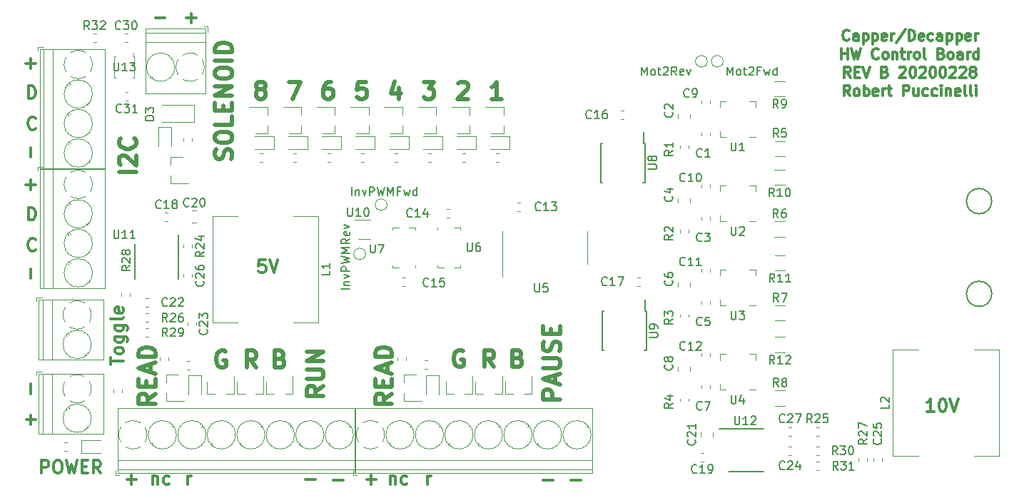
<source format=gbr>
G04 #@! TF.GenerationSoftware,KiCad,Pcbnew,(5.1.5-0-10_14)*
G04 #@! TF.CreationDate,2020-02-28T16:00:44-08:00*
G04 #@! TF.ProjectId,MotorDriverBoard_v2,4d6f746f-7244-4726-9976-6572426f6172,rev?*
G04 #@! TF.SameCoordinates,Original*
G04 #@! TF.FileFunction,Legend,Top*
G04 #@! TF.FilePolarity,Positive*
%FSLAX46Y46*%
G04 Gerber Fmt 4.6, Leading zero omitted, Abs format (unit mm)*
G04 Created by KiCad (PCBNEW (5.1.5-0-10_14)) date 2020-02-28 16:00:44*
%MOMM*%
%LPD*%
G04 APERTURE LIST*
%ADD10C,0.150000*%
%ADD11C,0.375000*%
%ADD12C,0.312500*%
%ADD13C,0.500000*%
%ADD14C,0.120000*%
G04 APERTURE END LIST*
D10*
X106456647Y-51252380D02*
X106456647Y-50252380D01*
X106932838Y-50585714D02*
X106932838Y-51252380D01*
X106932838Y-50680952D02*
X106980457Y-50633333D01*
X107075695Y-50585714D01*
X107218552Y-50585714D01*
X107313790Y-50633333D01*
X107361409Y-50728571D01*
X107361409Y-51252380D01*
X107742361Y-50585714D02*
X107980457Y-51252380D01*
X108218552Y-50585714D01*
X108599504Y-51252380D02*
X108599504Y-50252380D01*
X108980457Y-50252380D01*
X109075695Y-50300000D01*
X109123314Y-50347619D01*
X109170933Y-50442857D01*
X109170933Y-50585714D01*
X109123314Y-50680952D01*
X109075695Y-50728571D01*
X108980457Y-50776190D01*
X108599504Y-50776190D01*
X109504266Y-50252380D02*
X109742361Y-51252380D01*
X109932838Y-50538095D01*
X110123314Y-51252380D01*
X110361409Y-50252380D01*
X110742361Y-51252380D02*
X110742361Y-50252380D01*
X111075695Y-50966666D01*
X111409028Y-50252380D01*
X111409028Y-51252380D01*
X112218552Y-50728571D02*
X111885219Y-50728571D01*
X111885219Y-51252380D02*
X111885219Y-50252380D01*
X112361409Y-50252380D01*
X112647123Y-50585714D02*
X112837600Y-51252380D01*
X113028076Y-50776190D01*
X113218552Y-51252380D01*
X113409028Y-50585714D01*
X114218552Y-51252380D02*
X114218552Y-50252380D01*
X114218552Y-51204761D02*
X114123314Y-51252380D01*
X113932838Y-51252380D01*
X113837600Y-51204761D01*
X113789980Y-51157142D01*
X113742361Y-51061904D01*
X113742361Y-50776190D01*
X113789980Y-50680952D01*
X113837600Y-50633333D01*
X113932838Y-50585714D01*
X114123314Y-50585714D01*
X114218552Y-50633333D01*
X106268780Y-62358114D02*
X105268780Y-62358114D01*
X105602114Y-61881923D02*
X106268780Y-61881923D01*
X105697352Y-61881923D02*
X105649733Y-61834304D01*
X105602114Y-61739066D01*
X105602114Y-61596209D01*
X105649733Y-61500971D01*
X105744971Y-61453352D01*
X106268780Y-61453352D01*
X105602114Y-61072400D02*
X106268780Y-60834304D01*
X105602114Y-60596209D01*
X106268780Y-60215257D02*
X105268780Y-60215257D01*
X105268780Y-59834304D01*
X105316400Y-59739066D01*
X105364019Y-59691447D01*
X105459257Y-59643828D01*
X105602114Y-59643828D01*
X105697352Y-59691447D01*
X105744971Y-59739066D01*
X105792590Y-59834304D01*
X105792590Y-60215257D01*
X105268780Y-59310495D02*
X106268780Y-59072400D01*
X105554495Y-58881923D01*
X106268780Y-58691447D01*
X105268780Y-58453352D01*
X106268780Y-58072400D02*
X105268780Y-58072400D01*
X105983066Y-57739066D01*
X105268780Y-57405733D01*
X106268780Y-57405733D01*
X106268780Y-56358114D02*
X105792590Y-56691447D01*
X106268780Y-56929542D02*
X105268780Y-56929542D01*
X105268780Y-56548590D01*
X105316400Y-56453352D01*
X105364019Y-56405733D01*
X105459257Y-56358114D01*
X105602114Y-56358114D01*
X105697352Y-56405733D01*
X105744971Y-56453352D01*
X105792590Y-56548590D01*
X105792590Y-56929542D01*
X106221161Y-55548590D02*
X106268780Y-55643828D01*
X106268780Y-55834304D01*
X106221161Y-55929542D01*
X106125923Y-55977161D01*
X105744971Y-55977161D01*
X105649733Y-55929542D01*
X105602114Y-55834304D01*
X105602114Y-55643828D01*
X105649733Y-55548590D01*
X105744971Y-55500971D01*
X105840209Y-55500971D01*
X105935447Y-55977161D01*
X105602114Y-55167638D02*
X106268780Y-54929542D01*
X105602114Y-54691447D01*
X140892857Y-36952380D02*
X140892857Y-35952380D01*
X141226190Y-36666666D01*
X141559523Y-35952380D01*
X141559523Y-36952380D01*
X142178571Y-36952380D02*
X142083333Y-36904761D01*
X142035714Y-36857142D01*
X141988095Y-36761904D01*
X141988095Y-36476190D01*
X142035714Y-36380952D01*
X142083333Y-36333333D01*
X142178571Y-36285714D01*
X142321428Y-36285714D01*
X142416666Y-36333333D01*
X142464285Y-36380952D01*
X142511904Y-36476190D01*
X142511904Y-36761904D01*
X142464285Y-36857142D01*
X142416666Y-36904761D01*
X142321428Y-36952380D01*
X142178571Y-36952380D01*
X142797619Y-36285714D02*
X143178571Y-36285714D01*
X142940476Y-35952380D02*
X142940476Y-36809523D01*
X142988095Y-36904761D01*
X143083333Y-36952380D01*
X143178571Y-36952380D01*
X143464285Y-36047619D02*
X143511904Y-36000000D01*
X143607142Y-35952380D01*
X143845238Y-35952380D01*
X143940476Y-36000000D01*
X143988095Y-36047619D01*
X144035714Y-36142857D01*
X144035714Y-36238095D01*
X143988095Y-36380952D01*
X143416666Y-36952380D01*
X144035714Y-36952380D01*
X145035714Y-36952380D02*
X144702380Y-36476190D01*
X144464285Y-36952380D02*
X144464285Y-35952380D01*
X144845238Y-35952380D01*
X144940476Y-36000000D01*
X144988095Y-36047619D01*
X145035714Y-36142857D01*
X145035714Y-36285714D01*
X144988095Y-36380952D01*
X144940476Y-36428571D01*
X144845238Y-36476190D01*
X144464285Y-36476190D01*
X145845238Y-36904761D02*
X145750000Y-36952380D01*
X145559523Y-36952380D01*
X145464285Y-36904761D01*
X145416666Y-36809523D01*
X145416666Y-36428571D01*
X145464285Y-36333333D01*
X145559523Y-36285714D01*
X145750000Y-36285714D01*
X145845238Y-36333333D01*
X145892857Y-36428571D01*
X145892857Y-36523809D01*
X145416666Y-36619047D01*
X146226190Y-36285714D02*
X146464285Y-36952380D01*
X146702380Y-36285714D01*
X151047619Y-36952380D02*
X151047619Y-35952380D01*
X151380952Y-36666666D01*
X151714285Y-35952380D01*
X151714285Y-36952380D01*
X152333333Y-36952380D02*
X152238095Y-36904761D01*
X152190476Y-36857142D01*
X152142857Y-36761904D01*
X152142857Y-36476190D01*
X152190476Y-36380952D01*
X152238095Y-36333333D01*
X152333333Y-36285714D01*
X152476190Y-36285714D01*
X152571428Y-36333333D01*
X152619047Y-36380952D01*
X152666666Y-36476190D01*
X152666666Y-36761904D01*
X152619047Y-36857142D01*
X152571428Y-36904761D01*
X152476190Y-36952380D01*
X152333333Y-36952380D01*
X152952380Y-36285714D02*
X153333333Y-36285714D01*
X153095238Y-35952380D02*
X153095238Y-36809523D01*
X153142857Y-36904761D01*
X153238095Y-36952380D01*
X153333333Y-36952380D01*
X153619047Y-36047619D02*
X153666666Y-36000000D01*
X153761904Y-35952380D01*
X154000000Y-35952380D01*
X154095238Y-36000000D01*
X154142857Y-36047619D01*
X154190476Y-36142857D01*
X154190476Y-36238095D01*
X154142857Y-36380952D01*
X153571428Y-36952380D01*
X154190476Y-36952380D01*
X154952380Y-36428571D02*
X154619047Y-36428571D01*
X154619047Y-36952380D02*
X154619047Y-35952380D01*
X155095238Y-35952380D01*
X155380952Y-36285714D02*
X155571428Y-36952380D01*
X155761904Y-36476190D01*
X155952380Y-36952380D01*
X156142857Y-36285714D01*
X156952380Y-36952380D02*
X156952380Y-35952380D01*
X156952380Y-36904761D02*
X156857142Y-36952380D01*
X156666666Y-36952380D01*
X156571428Y-36904761D01*
X156523809Y-36857142D01*
X156476190Y-36761904D01*
X156476190Y-36476190D01*
X156523809Y-36380952D01*
X156571428Y-36333333D01*
X156666666Y-36285714D01*
X156857142Y-36285714D01*
X156952380Y-36333333D01*
D11*
X96234285Y-58868571D02*
X95520000Y-58868571D01*
X95448571Y-59582857D01*
X95520000Y-59511428D01*
X95662857Y-59440000D01*
X96020000Y-59440000D01*
X96162857Y-59511428D01*
X96234285Y-59582857D01*
X96305714Y-59725714D01*
X96305714Y-60082857D01*
X96234285Y-60225714D01*
X96162857Y-60297142D01*
X96020000Y-60368571D01*
X95662857Y-60368571D01*
X95520000Y-60297142D01*
X95448571Y-60225714D01*
X96734285Y-58868571D02*
X97234285Y-60368571D01*
X97734285Y-58868571D01*
X175601428Y-76878571D02*
X174744285Y-76878571D01*
X175172857Y-76878571D02*
X175172857Y-75378571D01*
X175030000Y-75592857D01*
X174887142Y-75735714D01*
X174744285Y-75807142D01*
X176530000Y-75378571D02*
X176672857Y-75378571D01*
X176815714Y-75450000D01*
X176887142Y-75521428D01*
X176958571Y-75664285D01*
X177030000Y-75950000D01*
X177030000Y-76307142D01*
X176958571Y-76592857D01*
X176887142Y-76735714D01*
X176815714Y-76807142D01*
X176672857Y-76878571D01*
X176530000Y-76878571D01*
X176387142Y-76807142D01*
X176315714Y-76735714D01*
X176244285Y-76592857D01*
X176172857Y-76307142D01*
X176172857Y-75950000D01*
X176244285Y-75664285D01*
X176315714Y-75521428D01*
X176387142Y-75450000D01*
X176530000Y-75378571D01*
X177458571Y-75378571D02*
X177958571Y-76878571D01*
X178458571Y-75378571D01*
D12*
X165517619Y-32725178D02*
X165458095Y-32784702D01*
X165279523Y-32844226D01*
X165160476Y-32844226D01*
X164981904Y-32784702D01*
X164862857Y-32665654D01*
X164803333Y-32546607D01*
X164743809Y-32308511D01*
X164743809Y-32129940D01*
X164803333Y-31891845D01*
X164862857Y-31772797D01*
X164981904Y-31653750D01*
X165160476Y-31594226D01*
X165279523Y-31594226D01*
X165458095Y-31653750D01*
X165517619Y-31713273D01*
X166589047Y-32844226D02*
X166589047Y-32189464D01*
X166529523Y-32070416D01*
X166410476Y-32010892D01*
X166172380Y-32010892D01*
X166053333Y-32070416D01*
X166589047Y-32784702D02*
X166469999Y-32844226D01*
X166172380Y-32844226D01*
X166053333Y-32784702D01*
X165993809Y-32665654D01*
X165993809Y-32546607D01*
X166053333Y-32427559D01*
X166172380Y-32368035D01*
X166469999Y-32368035D01*
X166589047Y-32308511D01*
X167184285Y-32010892D02*
X167184285Y-33260892D01*
X167184285Y-32070416D02*
X167303333Y-32010892D01*
X167541428Y-32010892D01*
X167660476Y-32070416D01*
X167719999Y-32129940D01*
X167779523Y-32248988D01*
X167779523Y-32606130D01*
X167719999Y-32725178D01*
X167660476Y-32784702D01*
X167541428Y-32844226D01*
X167303333Y-32844226D01*
X167184285Y-32784702D01*
X168315238Y-32010892D02*
X168315238Y-33260892D01*
X168315238Y-32070416D02*
X168434285Y-32010892D01*
X168672380Y-32010892D01*
X168791428Y-32070416D01*
X168850952Y-32129940D01*
X168910476Y-32248988D01*
X168910476Y-32606130D01*
X168850952Y-32725178D01*
X168791428Y-32784702D01*
X168672380Y-32844226D01*
X168434285Y-32844226D01*
X168315238Y-32784702D01*
X169922380Y-32784702D02*
X169803333Y-32844226D01*
X169565238Y-32844226D01*
X169446190Y-32784702D01*
X169386666Y-32665654D01*
X169386666Y-32189464D01*
X169446190Y-32070416D01*
X169565238Y-32010892D01*
X169803333Y-32010892D01*
X169922380Y-32070416D01*
X169981904Y-32189464D01*
X169981904Y-32308511D01*
X169386666Y-32427559D01*
X170517619Y-32844226D02*
X170517619Y-32010892D01*
X170517619Y-32248988D02*
X170577142Y-32129940D01*
X170636666Y-32070416D01*
X170755714Y-32010892D01*
X170874761Y-32010892D01*
X172184285Y-31534702D02*
X171112857Y-33141845D01*
X172600952Y-32844226D02*
X172600952Y-31594226D01*
X172898571Y-31594226D01*
X173077142Y-31653750D01*
X173196190Y-31772797D01*
X173255714Y-31891845D01*
X173315238Y-32129940D01*
X173315238Y-32308511D01*
X173255714Y-32546607D01*
X173196190Y-32665654D01*
X173077142Y-32784702D01*
X172898571Y-32844226D01*
X172600952Y-32844226D01*
X174327142Y-32784702D02*
X174208095Y-32844226D01*
X173969999Y-32844226D01*
X173850952Y-32784702D01*
X173791428Y-32665654D01*
X173791428Y-32189464D01*
X173850952Y-32070416D01*
X173969999Y-32010892D01*
X174208095Y-32010892D01*
X174327142Y-32070416D01*
X174386666Y-32189464D01*
X174386666Y-32308511D01*
X173791428Y-32427559D01*
X175458095Y-32784702D02*
X175339047Y-32844226D01*
X175100952Y-32844226D01*
X174981904Y-32784702D01*
X174922380Y-32725178D01*
X174862857Y-32606130D01*
X174862857Y-32248988D01*
X174922380Y-32129940D01*
X174981904Y-32070416D01*
X175100952Y-32010892D01*
X175339047Y-32010892D01*
X175458095Y-32070416D01*
X176529523Y-32844226D02*
X176529523Y-32189464D01*
X176469999Y-32070416D01*
X176350952Y-32010892D01*
X176112857Y-32010892D01*
X175993809Y-32070416D01*
X176529523Y-32784702D02*
X176410476Y-32844226D01*
X176112857Y-32844226D01*
X175993809Y-32784702D01*
X175934285Y-32665654D01*
X175934285Y-32546607D01*
X175993809Y-32427559D01*
X176112857Y-32368035D01*
X176410476Y-32368035D01*
X176529523Y-32308511D01*
X177124761Y-32010892D02*
X177124761Y-33260892D01*
X177124761Y-32070416D02*
X177243809Y-32010892D01*
X177481904Y-32010892D01*
X177600952Y-32070416D01*
X177660476Y-32129940D01*
X177719999Y-32248988D01*
X177719999Y-32606130D01*
X177660476Y-32725178D01*
X177600952Y-32784702D01*
X177481904Y-32844226D01*
X177243809Y-32844226D01*
X177124761Y-32784702D01*
X178255714Y-32010892D02*
X178255714Y-33260892D01*
X178255714Y-32070416D02*
X178374761Y-32010892D01*
X178612857Y-32010892D01*
X178731904Y-32070416D01*
X178791428Y-32129940D01*
X178850952Y-32248988D01*
X178850952Y-32606130D01*
X178791428Y-32725178D01*
X178731904Y-32784702D01*
X178612857Y-32844226D01*
X178374761Y-32844226D01*
X178255714Y-32784702D01*
X179862857Y-32784702D02*
X179743809Y-32844226D01*
X179505714Y-32844226D01*
X179386666Y-32784702D01*
X179327142Y-32665654D01*
X179327142Y-32189464D01*
X179386666Y-32070416D01*
X179505714Y-32010892D01*
X179743809Y-32010892D01*
X179862857Y-32070416D01*
X179922380Y-32189464D01*
X179922380Y-32308511D01*
X179327142Y-32427559D01*
X180458095Y-32844226D02*
X180458095Y-32010892D01*
X180458095Y-32248988D02*
X180517619Y-32129940D01*
X180577142Y-32070416D01*
X180696190Y-32010892D01*
X180815238Y-32010892D01*
X164595000Y-35031726D02*
X164595000Y-33781726D01*
X164595000Y-34376964D02*
X165309285Y-34376964D01*
X165309285Y-35031726D02*
X165309285Y-33781726D01*
X165785476Y-33781726D02*
X166083095Y-35031726D01*
X166321190Y-34138869D01*
X166559285Y-35031726D01*
X166856904Y-33781726D01*
X168999761Y-34912678D02*
X168940238Y-34972202D01*
X168761666Y-35031726D01*
X168642619Y-35031726D01*
X168464047Y-34972202D01*
X168345000Y-34853154D01*
X168285476Y-34734107D01*
X168225952Y-34496011D01*
X168225952Y-34317440D01*
X168285476Y-34079345D01*
X168345000Y-33960297D01*
X168464047Y-33841250D01*
X168642619Y-33781726D01*
X168761666Y-33781726D01*
X168940238Y-33841250D01*
X168999761Y-33900773D01*
X169714047Y-35031726D02*
X169595000Y-34972202D01*
X169535476Y-34912678D01*
X169475952Y-34793630D01*
X169475952Y-34436488D01*
X169535476Y-34317440D01*
X169595000Y-34257916D01*
X169714047Y-34198392D01*
X169892619Y-34198392D01*
X170011666Y-34257916D01*
X170071190Y-34317440D01*
X170130714Y-34436488D01*
X170130714Y-34793630D01*
X170071190Y-34912678D01*
X170011666Y-34972202D01*
X169892619Y-35031726D01*
X169714047Y-35031726D01*
X170666428Y-34198392D02*
X170666428Y-35031726D01*
X170666428Y-34317440D02*
X170725952Y-34257916D01*
X170845000Y-34198392D01*
X171023571Y-34198392D01*
X171142619Y-34257916D01*
X171202142Y-34376964D01*
X171202142Y-35031726D01*
X171618809Y-34198392D02*
X172095000Y-34198392D01*
X171797380Y-33781726D02*
X171797380Y-34853154D01*
X171856904Y-34972202D01*
X171975952Y-35031726D01*
X172095000Y-35031726D01*
X172511666Y-35031726D02*
X172511666Y-34198392D01*
X172511666Y-34436488D02*
X172571190Y-34317440D01*
X172630714Y-34257916D01*
X172749761Y-34198392D01*
X172868809Y-34198392D01*
X173464047Y-35031726D02*
X173345000Y-34972202D01*
X173285476Y-34912678D01*
X173225952Y-34793630D01*
X173225952Y-34436488D01*
X173285476Y-34317440D01*
X173345000Y-34257916D01*
X173464047Y-34198392D01*
X173642619Y-34198392D01*
X173761666Y-34257916D01*
X173821190Y-34317440D01*
X173880714Y-34436488D01*
X173880714Y-34793630D01*
X173821190Y-34912678D01*
X173761666Y-34972202D01*
X173642619Y-35031726D01*
X173464047Y-35031726D01*
X174595000Y-35031726D02*
X174475952Y-34972202D01*
X174416428Y-34853154D01*
X174416428Y-33781726D01*
X176440238Y-34376964D02*
X176618809Y-34436488D01*
X176678333Y-34496011D01*
X176737857Y-34615059D01*
X176737857Y-34793630D01*
X176678333Y-34912678D01*
X176618809Y-34972202D01*
X176499761Y-35031726D01*
X176023571Y-35031726D01*
X176023571Y-33781726D01*
X176440238Y-33781726D01*
X176559285Y-33841250D01*
X176618809Y-33900773D01*
X176678333Y-34019821D01*
X176678333Y-34138869D01*
X176618809Y-34257916D01*
X176559285Y-34317440D01*
X176440238Y-34376964D01*
X176023571Y-34376964D01*
X177452142Y-35031726D02*
X177333095Y-34972202D01*
X177273571Y-34912678D01*
X177214047Y-34793630D01*
X177214047Y-34436488D01*
X177273571Y-34317440D01*
X177333095Y-34257916D01*
X177452142Y-34198392D01*
X177630714Y-34198392D01*
X177749761Y-34257916D01*
X177809285Y-34317440D01*
X177868809Y-34436488D01*
X177868809Y-34793630D01*
X177809285Y-34912678D01*
X177749761Y-34972202D01*
X177630714Y-35031726D01*
X177452142Y-35031726D01*
X178940238Y-35031726D02*
X178940238Y-34376964D01*
X178880714Y-34257916D01*
X178761666Y-34198392D01*
X178523571Y-34198392D01*
X178404523Y-34257916D01*
X178940238Y-34972202D02*
X178821190Y-35031726D01*
X178523571Y-35031726D01*
X178404523Y-34972202D01*
X178345000Y-34853154D01*
X178345000Y-34734107D01*
X178404523Y-34615059D01*
X178523571Y-34555535D01*
X178821190Y-34555535D01*
X178940238Y-34496011D01*
X179535476Y-35031726D02*
X179535476Y-34198392D01*
X179535476Y-34436488D02*
X179595000Y-34317440D01*
X179654523Y-34257916D01*
X179773571Y-34198392D01*
X179892619Y-34198392D01*
X180845000Y-35031726D02*
X180845000Y-33781726D01*
X180845000Y-34972202D02*
X180725952Y-35031726D01*
X180487857Y-35031726D01*
X180368809Y-34972202D01*
X180309285Y-34912678D01*
X180249761Y-34793630D01*
X180249761Y-34436488D01*
X180309285Y-34317440D01*
X180368809Y-34257916D01*
X180487857Y-34198392D01*
X180725952Y-34198392D01*
X180845000Y-34257916D01*
X165666428Y-37219226D02*
X165249761Y-36623988D01*
X164952142Y-37219226D02*
X164952142Y-35969226D01*
X165428333Y-35969226D01*
X165547380Y-36028750D01*
X165606904Y-36088273D01*
X165666428Y-36207321D01*
X165666428Y-36385892D01*
X165606904Y-36504940D01*
X165547380Y-36564464D01*
X165428333Y-36623988D01*
X164952142Y-36623988D01*
X166202142Y-36564464D02*
X166618809Y-36564464D01*
X166797380Y-37219226D02*
X166202142Y-37219226D01*
X166202142Y-35969226D01*
X166797380Y-35969226D01*
X167154523Y-35969226D02*
X167571190Y-37219226D01*
X167987857Y-35969226D01*
X169773571Y-36564464D02*
X169952142Y-36623988D01*
X170011666Y-36683511D01*
X170071190Y-36802559D01*
X170071190Y-36981130D01*
X170011666Y-37100178D01*
X169952142Y-37159702D01*
X169833095Y-37219226D01*
X169356904Y-37219226D01*
X169356904Y-35969226D01*
X169773571Y-35969226D01*
X169892619Y-36028750D01*
X169952142Y-36088273D01*
X170011666Y-36207321D01*
X170011666Y-36326369D01*
X169952142Y-36445416D01*
X169892619Y-36504940D01*
X169773571Y-36564464D01*
X169356904Y-36564464D01*
X171499761Y-36088273D02*
X171559285Y-36028750D01*
X171678333Y-35969226D01*
X171975952Y-35969226D01*
X172095000Y-36028750D01*
X172154523Y-36088273D01*
X172214047Y-36207321D01*
X172214047Y-36326369D01*
X172154523Y-36504940D01*
X171440238Y-37219226D01*
X172214047Y-37219226D01*
X172987857Y-35969226D02*
X173106904Y-35969226D01*
X173225952Y-36028750D01*
X173285476Y-36088273D01*
X173345000Y-36207321D01*
X173404523Y-36445416D01*
X173404523Y-36743035D01*
X173345000Y-36981130D01*
X173285476Y-37100178D01*
X173225952Y-37159702D01*
X173106904Y-37219226D01*
X172987857Y-37219226D01*
X172868809Y-37159702D01*
X172809285Y-37100178D01*
X172749761Y-36981130D01*
X172690238Y-36743035D01*
X172690238Y-36445416D01*
X172749761Y-36207321D01*
X172809285Y-36088273D01*
X172868809Y-36028750D01*
X172987857Y-35969226D01*
X173880714Y-36088273D02*
X173940238Y-36028750D01*
X174059285Y-35969226D01*
X174356904Y-35969226D01*
X174475952Y-36028750D01*
X174535476Y-36088273D01*
X174595000Y-36207321D01*
X174595000Y-36326369D01*
X174535476Y-36504940D01*
X173821190Y-37219226D01*
X174595000Y-37219226D01*
X175368809Y-35969226D02*
X175487857Y-35969226D01*
X175606904Y-36028750D01*
X175666428Y-36088273D01*
X175725952Y-36207321D01*
X175785476Y-36445416D01*
X175785476Y-36743035D01*
X175725952Y-36981130D01*
X175666428Y-37100178D01*
X175606904Y-37159702D01*
X175487857Y-37219226D01*
X175368809Y-37219226D01*
X175249761Y-37159702D01*
X175190238Y-37100178D01*
X175130714Y-36981130D01*
X175071190Y-36743035D01*
X175071190Y-36445416D01*
X175130714Y-36207321D01*
X175190238Y-36088273D01*
X175249761Y-36028750D01*
X175368809Y-35969226D01*
X176559285Y-35969226D02*
X176678333Y-35969226D01*
X176797380Y-36028750D01*
X176856904Y-36088273D01*
X176916428Y-36207321D01*
X176975952Y-36445416D01*
X176975952Y-36743035D01*
X176916428Y-36981130D01*
X176856904Y-37100178D01*
X176797380Y-37159702D01*
X176678333Y-37219226D01*
X176559285Y-37219226D01*
X176440238Y-37159702D01*
X176380714Y-37100178D01*
X176321190Y-36981130D01*
X176261666Y-36743035D01*
X176261666Y-36445416D01*
X176321190Y-36207321D01*
X176380714Y-36088273D01*
X176440238Y-36028750D01*
X176559285Y-35969226D01*
X177452142Y-36088273D02*
X177511666Y-36028750D01*
X177630714Y-35969226D01*
X177928333Y-35969226D01*
X178047380Y-36028750D01*
X178106904Y-36088273D01*
X178166428Y-36207321D01*
X178166428Y-36326369D01*
X178106904Y-36504940D01*
X177392619Y-37219226D01*
X178166428Y-37219226D01*
X178642619Y-36088273D02*
X178702142Y-36028750D01*
X178821190Y-35969226D01*
X179118809Y-35969226D01*
X179237857Y-36028750D01*
X179297380Y-36088273D01*
X179356904Y-36207321D01*
X179356904Y-36326369D01*
X179297380Y-36504940D01*
X178583095Y-37219226D01*
X179356904Y-37219226D01*
X180071190Y-36504940D02*
X179952142Y-36445416D01*
X179892619Y-36385892D01*
X179833095Y-36266845D01*
X179833095Y-36207321D01*
X179892619Y-36088273D01*
X179952142Y-36028750D01*
X180071190Y-35969226D01*
X180309285Y-35969226D01*
X180428333Y-36028750D01*
X180487857Y-36088273D01*
X180547380Y-36207321D01*
X180547380Y-36266845D01*
X180487857Y-36385892D01*
X180428333Y-36445416D01*
X180309285Y-36504940D01*
X180071190Y-36504940D01*
X179952142Y-36564464D01*
X179892619Y-36623988D01*
X179833095Y-36743035D01*
X179833095Y-36981130D01*
X179892619Y-37100178D01*
X179952142Y-37159702D01*
X180071190Y-37219226D01*
X180309285Y-37219226D01*
X180428333Y-37159702D01*
X180487857Y-37100178D01*
X180547380Y-36981130D01*
X180547380Y-36743035D01*
X180487857Y-36623988D01*
X180428333Y-36564464D01*
X180309285Y-36504940D01*
X165606904Y-39406726D02*
X165190238Y-38811488D01*
X164892619Y-39406726D02*
X164892619Y-38156726D01*
X165368809Y-38156726D01*
X165487857Y-38216250D01*
X165547380Y-38275773D01*
X165606904Y-38394821D01*
X165606904Y-38573392D01*
X165547380Y-38692440D01*
X165487857Y-38751964D01*
X165368809Y-38811488D01*
X164892619Y-38811488D01*
X166321190Y-39406726D02*
X166202142Y-39347202D01*
X166142619Y-39287678D01*
X166083095Y-39168630D01*
X166083095Y-38811488D01*
X166142619Y-38692440D01*
X166202142Y-38632916D01*
X166321190Y-38573392D01*
X166499761Y-38573392D01*
X166618809Y-38632916D01*
X166678333Y-38692440D01*
X166737857Y-38811488D01*
X166737857Y-39168630D01*
X166678333Y-39287678D01*
X166618809Y-39347202D01*
X166499761Y-39406726D01*
X166321190Y-39406726D01*
X167273571Y-39406726D02*
X167273571Y-38156726D01*
X167273571Y-38632916D02*
X167392619Y-38573392D01*
X167630714Y-38573392D01*
X167749761Y-38632916D01*
X167809285Y-38692440D01*
X167868809Y-38811488D01*
X167868809Y-39168630D01*
X167809285Y-39287678D01*
X167749761Y-39347202D01*
X167630714Y-39406726D01*
X167392619Y-39406726D01*
X167273571Y-39347202D01*
X168880714Y-39347202D02*
X168761666Y-39406726D01*
X168523571Y-39406726D01*
X168404523Y-39347202D01*
X168345000Y-39228154D01*
X168345000Y-38751964D01*
X168404523Y-38632916D01*
X168523571Y-38573392D01*
X168761666Y-38573392D01*
X168880714Y-38632916D01*
X168940238Y-38751964D01*
X168940238Y-38871011D01*
X168345000Y-38990059D01*
X169475952Y-39406726D02*
X169475952Y-38573392D01*
X169475952Y-38811488D02*
X169535476Y-38692440D01*
X169595000Y-38632916D01*
X169714047Y-38573392D01*
X169833095Y-38573392D01*
X170071190Y-38573392D02*
X170547380Y-38573392D01*
X170249761Y-38156726D02*
X170249761Y-39228154D01*
X170309285Y-39347202D01*
X170428333Y-39406726D01*
X170547380Y-39406726D01*
X171916428Y-39406726D02*
X171916428Y-38156726D01*
X172392619Y-38156726D01*
X172511666Y-38216250D01*
X172571190Y-38275773D01*
X172630714Y-38394821D01*
X172630714Y-38573392D01*
X172571190Y-38692440D01*
X172511666Y-38751964D01*
X172392619Y-38811488D01*
X171916428Y-38811488D01*
X173702142Y-38573392D02*
X173702142Y-39406726D01*
X173166428Y-38573392D02*
X173166428Y-39228154D01*
X173225952Y-39347202D01*
X173345000Y-39406726D01*
X173523571Y-39406726D01*
X173642619Y-39347202D01*
X173702142Y-39287678D01*
X174833095Y-39347202D02*
X174714047Y-39406726D01*
X174475952Y-39406726D01*
X174356904Y-39347202D01*
X174297380Y-39287678D01*
X174237857Y-39168630D01*
X174237857Y-38811488D01*
X174297380Y-38692440D01*
X174356904Y-38632916D01*
X174475952Y-38573392D01*
X174714047Y-38573392D01*
X174833095Y-38632916D01*
X175904523Y-39347202D02*
X175785476Y-39406726D01*
X175547380Y-39406726D01*
X175428333Y-39347202D01*
X175368809Y-39287678D01*
X175309285Y-39168630D01*
X175309285Y-38811488D01*
X175368809Y-38692440D01*
X175428333Y-38632916D01*
X175547380Y-38573392D01*
X175785476Y-38573392D01*
X175904523Y-38632916D01*
X176440238Y-39406726D02*
X176440238Y-38573392D01*
X176440238Y-38156726D02*
X176380714Y-38216250D01*
X176440238Y-38275773D01*
X176499761Y-38216250D01*
X176440238Y-38156726D01*
X176440238Y-38275773D01*
X177035476Y-38573392D02*
X177035476Y-39406726D01*
X177035476Y-38692440D02*
X177095000Y-38632916D01*
X177214047Y-38573392D01*
X177392619Y-38573392D01*
X177511666Y-38632916D01*
X177571190Y-38751964D01*
X177571190Y-39406726D01*
X178642619Y-39347202D02*
X178523571Y-39406726D01*
X178285476Y-39406726D01*
X178166428Y-39347202D01*
X178106904Y-39228154D01*
X178106904Y-38751964D01*
X178166428Y-38632916D01*
X178285476Y-38573392D01*
X178523571Y-38573392D01*
X178642619Y-38632916D01*
X178702142Y-38751964D01*
X178702142Y-38871011D01*
X178106904Y-38990059D01*
X179416428Y-39406726D02*
X179297380Y-39347202D01*
X179237857Y-39228154D01*
X179237857Y-38156726D01*
X180071190Y-39406726D02*
X179952142Y-39347202D01*
X179892619Y-39228154D01*
X179892619Y-38156726D01*
X180547380Y-39406726D02*
X180547380Y-38573392D01*
X180547380Y-38156726D02*
X180487857Y-38216250D01*
X180547380Y-38275773D01*
X180606904Y-38216250D01*
X180547380Y-38156726D01*
X180547380Y-38275773D01*
D11*
X115462857Y-85514571D02*
X115462857Y-84514571D01*
X115462857Y-84800285D02*
X115534285Y-84657428D01*
X115605714Y-84586000D01*
X115748571Y-84514571D01*
X115891428Y-84514571D01*
X87014857Y-85514571D02*
X87014857Y-84514571D01*
X87014857Y-84800285D02*
X87086285Y-84657428D01*
X87157714Y-84586000D01*
X87300571Y-84514571D01*
X87443428Y-84514571D01*
X111049714Y-84514571D02*
X111049714Y-85514571D01*
X111049714Y-84657428D02*
X111121142Y-84586000D01*
X111264000Y-84514571D01*
X111478285Y-84514571D01*
X111621142Y-84586000D01*
X111692571Y-84728857D01*
X111692571Y-85514571D01*
X113049714Y-85443142D02*
X112906857Y-85514571D01*
X112621142Y-85514571D01*
X112478285Y-85443142D01*
X112406857Y-85371714D01*
X112335428Y-85228857D01*
X112335428Y-84800285D01*
X112406857Y-84657428D01*
X112478285Y-84586000D01*
X112621142Y-84514571D01*
X112906857Y-84514571D01*
X113049714Y-84586000D01*
X82855714Y-84514571D02*
X82855714Y-85514571D01*
X82855714Y-84657428D02*
X82927142Y-84586000D01*
X83070000Y-84514571D01*
X83284285Y-84514571D01*
X83427142Y-84586000D01*
X83498571Y-84728857D01*
X83498571Y-85514571D01*
X84855714Y-85443142D02*
X84712857Y-85514571D01*
X84427142Y-85514571D01*
X84284285Y-85443142D01*
X84212857Y-85371714D01*
X84141428Y-85228857D01*
X84141428Y-84800285D01*
X84212857Y-84657428D01*
X84284285Y-84586000D01*
X84427142Y-84514571D01*
X84712857Y-84514571D01*
X84855714Y-84586000D01*
X105473428Y-84982857D02*
X104330571Y-84982857D01*
X101028571Y-84943142D02*
X102171428Y-84943142D01*
X133667428Y-84982857D02*
X132524571Y-84982857D01*
X130365428Y-84982857D02*
X129222571Y-84982857D01*
X108819142Y-85534428D02*
X108819142Y-84391571D01*
X109390571Y-84963000D02*
X108247714Y-84963000D01*
X80371142Y-85534428D02*
X80371142Y-84391571D01*
X80942571Y-84963000D02*
X79799714Y-84963000D01*
X77918571Y-71318000D02*
X77918571Y-70460857D01*
X79418571Y-70889428D02*
X77918571Y-70889428D01*
X79418571Y-69746571D02*
X79347142Y-69889428D01*
X79275714Y-69960857D01*
X79132857Y-70032285D01*
X78704285Y-70032285D01*
X78561428Y-69960857D01*
X78490000Y-69889428D01*
X78418571Y-69746571D01*
X78418571Y-69532285D01*
X78490000Y-69389428D01*
X78561428Y-69318000D01*
X78704285Y-69246571D01*
X79132857Y-69246571D01*
X79275714Y-69318000D01*
X79347142Y-69389428D01*
X79418571Y-69532285D01*
X79418571Y-69746571D01*
X78418571Y-67960857D02*
X79632857Y-67960857D01*
X79775714Y-68032285D01*
X79847142Y-68103714D01*
X79918571Y-68246571D01*
X79918571Y-68460857D01*
X79847142Y-68603714D01*
X79347142Y-67960857D02*
X79418571Y-68103714D01*
X79418571Y-68389428D01*
X79347142Y-68532285D01*
X79275714Y-68603714D01*
X79132857Y-68675142D01*
X78704285Y-68675142D01*
X78561428Y-68603714D01*
X78490000Y-68532285D01*
X78418571Y-68389428D01*
X78418571Y-68103714D01*
X78490000Y-67960857D01*
X78418571Y-66603714D02*
X79632857Y-66603714D01*
X79775714Y-66675142D01*
X79847142Y-66746571D01*
X79918571Y-66889428D01*
X79918571Y-67103714D01*
X79847142Y-67246571D01*
X79347142Y-66603714D02*
X79418571Y-66746571D01*
X79418571Y-67032285D01*
X79347142Y-67175142D01*
X79275714Y-67246571D01*
X79132857Y-67318000D01*
X78704285Y-67318000D01*
X78561428Y-67246571D01*
X78490000Y-67175142D01*
X78418571Y-67032285D01*
X78418571Y-66746571D01*
X78490000Y-66603714D01*
X79418571Y-65675142D02*
X79347142Y-65818000D01*
X79204285Y-65889428D01*
X77918571Y-65889428D01*
X79347142Y-64532285D02*
X79418571Y-64675142D01*
X79418571Y-64960857D01*
X79347142Y-65103714D01*
X79204285Y-65175142D01*
X78632857Y-65175142D01*
X78490000Y-65103714D01*
X78418571Y-64960857D01*
X78418571Y-64675142D01*
X78490000Y-64532285D01*
X78632857Y-64460857D01*
X78775714Y-64460857D01*
X78918571Y-65175142D01*
X68409357Y-59944071D02*
X68409357Y-61086928D01*
X68980785Y-57685714D02*
X68909357Y-57757142D01*
X68695071Y-57828571D01*
X68552214Y-57828571D01*
X68337928Y-57757142D01*
X68195071Y-57614285D01*
X68123642Y-57471428D01*
X68052214Y-57185714D01*
X68052214Y-56971428D01*
X68123642Y-56685714D01*
X68195071Y-56542857D01*
X68337928Y-56400000D01*
X68552214Y-56328571D01*
X68695071Y-56328571D01*
X68909357Y-56400000D01*
X68980785Y-56471428D01*
X68409357Y-49403071D02*
X68409357Y-50545928D01*
X67837928Y-49974500D02*
X68980785Y-49974500D01*
X68123642Y-54145571D02*
X68123642Y-52645571D01*
X68480785Y-52645571D01*
X68695071Y-52717000D01*
X68837928Y-52859857D01*
X68909357Y-53002714D01*
X68980785Y-53288428D01*
X68980785Y-53502714D01*
X68909357Y-53788428D01*
X68837928Y-53931285D01*
X68695071Y-54074142D01*
X68480785Y-54145571D01*
X68123642Y-54145571D01*
X68123642Y-39731071D02*
X68123642Y-38231071D01*
X68480785Y-38231071D01*
X68695071Y-38302500D01*
X68837928Y-38445357D01*
X68909357Y-38588214D01*
X68980785Y-38873928D01*
X68980785Y-39088214D01*
X68909357Y-39373928D01*
X68837928Y-39516785D01*
X68695071Y-39659642D01*
X68480785Y-39731071D01*
X68123642Y-39731071D01*
X68980785Y-43271214D02*
X68909357Y-43342642D01*
X68695071Y-43414071D01*
X68552214Y-43414071D01*
X68337928Y-43342642D01*
X68195071Y-43199785D01*
X68123642Y-43056928D01*
X68052214Y-42771214D01*
X68052214Y-42556928D01*
X68123642Y-42271214D01*
X68195071Y-42128357D01*
X68337928Y-41985500D01*
X68552214Y-41914071D01*
X68695071Y-41914071D01*
X68909357Y-41985500D01*
X68980785Y-42056928D01*
X68409357Y-34988571D02*
X68409357Y-36131428D01*
X67837928Y-35560000D02*
X68980785Y-35560000D01*
X68409357Y-45529571D02*
X68409357Y-46672428D01*
X88010928Y-30182357D02*
X86868071Y-30182357D01*
X87439500Y-29610928D02*
X87439500Y-30753785D01*
X84327928Y-30182357D02*
X83185071Y-30182357D01*
D13*
X80904761Y-48452380D02*
X78904761Y-48452380D01*
X79095238Y-47595238D02*
X79000000Y-47500000D01*
X78904761Y-47309523D01*
X78904761Y-46833333D01*
X79000000Y-46642857D01*
X79095238Y-46547619D01*
X79285714Y-46452380D01*
X79476190Y-46452380D01*
X79761904Y-46547619D01*
X80904761Y-47690476D01*
X80904761Y-46452380D01*
X80714285Y-44452380D02*
X80809523Y-44547619D01*
X80904761Y-44833333D01*
X80904761Y-45023809D01*
X80809523Y-45309523D01*
X80619047Y-45500000D01*
X80428571Y-45595238D01*
X80047619Y-45690476D01*
X79761904Y-45690476D01*
X79380952Y-45595238D01*
X79190476Y-45500000D01*
X79000000Y-45309523D01*
X78904761Y-45023809D01*
X78904761Y-44833333D01*
X79000000Y-44547619D01*
X79095238Y-44452380D01*
D11*
X68433142Y-78422428D02*
X68433142Y-77279571D01*
X69004571Y-77851000D02*
X67861714Y-77851000D01*
X68433142Y-74739428D02*
X68433142Y-73596571D01*
X69687714Y-84181071D02*
X69687714Y-82681071D01*
X70259142Y-82681071D01*
X70402000Y-82752500D01*
X70473428Y-82823928D01*
X70544857Y-82966785D01*
X70544857Y-83181071D01*
X70473428Y-83323928D01*
X70402000Y-83395357D01*
X70259142Y-83466785D01*
X69687714Y-83466785D01*
X71473428Y-82681071D02*
X71759142Y-82681071D01*
X71902000Y-82752500D01*
X72044857Y-82895357D01*
X72116285Y-83181071D01*
X72116285Y-83681071D01*
X72044857Y-83966785D01*
X71902000Y-84109642D01*
X71759142Y-84181071D01*
X71473428Y-84181071D01*
X71330571Y-84109642D01*
X71187714Y-83966785D01*
X71116285Y-83681071D01*
X71116285Y-83181071D01*
X71187714Y-82895357D01*
X71330571Y-82752500D01*
X71473428Y-82681071D01*
X72616285Y-82681071D02*
X72973428Y-84181071D01*
X73259142Y-83109642D01*
X73544857Y-84181071D01*
X73902000Y-82681071D01*
X74473428Y-83395357D02*
X74973428Y-83395357D01*
X75187714Y-84181071D02*
X74473428Y-84181071D01*
X74473428Y-82681071D01*
X75187714Y-82681071D01*
X76687714Y-84181071D02*
X76187714Y-83466785D01*
X75830571Y-84181071D02*
X75830571Y-82681071D01*
X76402000Y-82681071D01*
X76544857Y-82752500D01*
X76616285Y-82823928D01*
X76687714Y-82966785D01*
X76687714Y-83181071D01*
X76616285Y-83323928D01*
X76544857Y-83395357D01*
X76402000Y-83466785D01*
X75830571Y-83466785D01*
D13*
X92186023Y-46904761D02*
X92281261Y-46619047D01*
X92281261Y-46142857D01*
X92186023Y-45952380D01*
X92090785Y-45857142D01*
X91900309Y-45761904D01*
X91709833Y-45761904D01*
X91519357Y-45857142D01*
X91424119Y-45952380D01*
X91328880Y-46142857D01*
X91233642Y-46523809D01*
X91138404Y-46714285D01*
X91043166Y-46809523D01*
X90852690Y-46904761D01*
X90662214Y-46904761D01*
X90471738Y-46809523D01*
X90376500Y-46714285D01*
X90281261Y-46523809D01*
X90281261Y-46047619D01*
X90376500Y-45761904D01*
X90281261Y-44523809D02*
X90281261Y-44142857D01*
X90376500Y-43952380D01*
X90566976Y-43761904D01*
X90947928Y-43666666D01*
X91614595Y-43666666D01*
X91995547Y-43761904D01*
X92186023Y-43952380D01*
X92281261Y-44142857D01*
X92281261Y-44523809D01*
X92186023Y-44714285D01*
X91995547Y-44904761D01*
X91614595Y-45000000D01*
X90947928Y-45000000D01*
X90566976Y-44904761D01*
X90376500Y-44714285D01*
X90281261Y-44523809D01*
X92281261Y-41857142D02*
X92281261Y-42809523D01*
X90281261Y-42809523D01*
X91233642Y-41190476D02*
X91233642Y-40523809D01*
X92281261Y-40238095D02*
X92281261Y-41190476D01*
X90281261Y-41190476D01*
X90281261Y-40238095D01*
X92281261Y-39380952D02*
X90281261Y-39380952D01*
X92281261Y-38238095D01*
X90281261Y-38238095D01*
X90281261Y-36904761D02*
X90281261Y-36523809D01*
X90376500Y-36333333D01*
X90566976Y-36142857D01*
X90947928Y-36047619D01*
X91614595Y-36047619D01*
X91995547Y-36142857D01*
X92186023Y-36333333D01*
X92281261Y-36523809D01*
X92281261Y-36904761D01*
X92186023Y-37095238D01*
X91995547Y-37285714D01*
X91614595Y-37380952D01*
X90947928Y-37380952D01*
X90566976Y-37285714D01*
X90376500Y-37095238D01*
X90281261Y-36904761D01*
X92281261Y-35190476D02*
X90281261Y-35190476D01*
X92281261Y-34238095D02*
X90281261Y-34238095D01*
X90281261Y-33761904D01*
X90376500Y-33476190D01*
X90566976Y-33285714D01*
X90757452Y-33190476D01*
X91138404Y-33095238D01*
X91424119Y-33095238D01*
X91805071Y-33190476D01*
X91995547Y-33285714D01*
X92186023Y-33476190D01*
X92281261Y-33761904D01*
X92281261Y-34238095D01*
X111267761Y-74786857D02*
X110315380Y-75453523D01*
X111267761Y-75929714D02*
X109267761Y-75929714D01*
X109267761Y-75167809D01*
X109363000Y-74977333D01*
X109458238Y-74882095D01*
X109648714Y-74786857D01*
X109934428Y-74786857D01*
X110124904Y-74882095D01*
X110220142Y-74977333D01*
X110315380Y-75167809D01*
X110315380Y-75929714D01*
X110220142Y-73929714D02*
X110220142Y-73263047D01*
X111267761Y-72977333D02*
X111267761Y-73929714D01*
X109267761Y-73929714D01*
X109267761Y-72977333D01*
X110696333Y-72215428D02*
X110696333Y-71263047D01*
X111267761Y-72405904D02*
X109267761Y-71739238D01*
X111267761Y-71072571D01*
X111267761Y-70405904D02*
X109267761Y-70405904D01*
X109267761Y-69929714D01*
X109363000Y-69644000D01*
X109553476Y-69453523D01*
X109743952Y-69358285D01*
X110124904Y-69263047D01*
X110410619Y-69263047D01*
X110791571Y-69358285D01*
X110982047Y-69453523D01*
X111172523Y-69644000D01*
X111267761Y-69929714D01*
X111267761Y-70405904D01*
X83200761Y-74786857D02*
X82248380Y-75453523D01*
X83200761Y-75929714D02*
X81200761Y-75929714D01*
X81200761Y-75167809D01*
X81296000Y-74977333D01*
X81391238Y-74882095D01*
X81581714Y-74786857D01*
X81867428Y-74786857D01*
X82057904Y-74882095D01*
X82153142Y-74977333D01*
X82248380Y-75167809D01*
X82248380Y-75929714D01*
X82153142Y-73929714D02*
X82153142Y-73263047D01*
X83200761Y-72977333D02*
X83200761Y-73929714D01*
X81200761Y-73929714D01*
X81200761Y-72977333D01*
X82629333Y-72215428D02*
X82629333Y-71263047D01*
X83200761Y-72405904D02*
X81200761Y-71739238D01*
X83200761Y-71072571D01*
X83200761Y-70405904D02*
X81200761Y-70405904D01*
X81200761Y-69929714D01*
X81296000Y-69644000D01*
X81486476Y-69453523D01*
X81676952Y-69358285D01*
X82057904Y-69263047D01*
X82343619Y-69263047D01*
X82724571Y-69358285D01*
X82915047Y-69453523D01*
X83105523Y-69644000D01*
X83200761Y-69929714D01*
X83200761Y-70405904D01*
X91519309Y-69739000D02*
X91328833Y-69643761D01*
X91043119Y-69643761D01*
X90757404Y-69739000D01*
X90566928Y-69929476D01*
X90471690Y-70119952D01*
X90376452Y-70500904D01*
X90376452Y-70786619D01*
X90471690Y-71167571D01*
X90566928Y-71358047D01*
X90757404Y-71548523D01*
X91043119Y-71643761D01*
X91233595Y-71643761D01*
X91519309Y-71548523D01*
X91614547Y-71453285D01*
X91614547Y-70786619D01*
X91233595Y-70786619D01*
X97996357Y-70596142D02*
X98282071Y-70691380D01*
X98377309Y-70786619D01*
X98472547Y-70977095D01*
X98472547Y-71262809D01*
X98377309Y-71453285D01*
X98282071Y-71548523D01*
X98091595Y-71643761D01*
X97329690Y-71643761D01*
X97329690Y-69643761D01*
X97996357Y-69643761D01*
X98186833Y-69739000D01*
X98282071Y-69834238D01*
X98377309Y-70024714D01*
X98377309Y-70215190D01*
X98282071Y-70405666D01*
X98186833Y-70500904D01*
X97996357Y-70596142D01*
X97329690Y-70596142D01*
X95170547Y-71643761D02*
X94503880Y-70691380D01*
X94027690Y-71643761D02*
X94027690Y-69643761D01*
X94789595Y-69643761D01*
X94980071Y-69739000D01*
X95075309Y-69834238D01*
X95170547Y-70024714D01*
X95170547Y-70310428D01*
X95075309Y-70500904D01*
X94980071Y-70596142D01*
X94789595Y-70691380D01*
X94027690Y-70691380D01*
X126190357Y-70532642D02*
X126476071Y-70627880D01*
X126571309Y-70723119D01*
X126666547Y-70913595D01*
X126666547Y-71199309D01*
X126571309Y-71389785D01*
X126476071Y-71485023D01*
X126285595Y-71580261D01*
X125523690Y-71580261D01*
X125523690Y-69580261D01*
X126190357Y-69580261D01*
X126380833Y-69675500D01*
X126476071Y-69770738D01*
X126571309Y-69961214D01*
X126571309Y-70151690D01*
X126476071Y-70342166D01*
X126380833Y-70437404D01*
X126190357Y-70532642D01*
X125523690Y-70532642D01*
X123364547Y-71580261D02*
X122697880Y-70627880D01*
X122221690Y-71580261D02*
X122221690Y-69580261D01*
X122983595Y-69580261D01*
X123174071Y-69675500D01*
X123269309Y-69770738D01*
X123364547Y-69961214D01*
X123364547Y-70246928D01*
X123269309Y-70437404D01*
X123174071Y-70532642D01*
X122983595Y-70627880D01*
X122221690Y-70627880D01*
X119713309Y-69675500D02*
X119522833Y-69580261D01*
X119237119Y-69580261D01*
X118951404Y-69675500D01*
X118760928Y-69865976D01*
X118665690Y-70056452D01*
X118570452Y-70437404D01*
X118570452Y-70723119D01*
X118665690Y-71104071D01*
X118760928Y-71294547D01*
X118951404Y-71485023D01*
X119237119Y-71580261D01*
X119427595Y-71580261D01*
X119713309Y-71485023D01*
X119808547Y-71389785D01*
X119808547Y-70723119D01*
X119427595Y-70723119D01*
X131206761Y-75405714D02*
X129206761Y-75405714D01*
X129206761Y-74643809D01*
X129302000Y-74453333D01*
X129397238Y-74358095D01*
X129587714Y-74262857D01*
X129873428Y-74262857D01*
X130063904Y-74358095D01*
X130159142Y-74453333D01*
X130254380Y-74643809D01*
X130254380Y-75405714D01*
X130635333Y-73500952D02*
X130635333Y-72548571D01*
X131206761Y-73691428D02*
X129206761Y-73024761D01*
X131206761Y-72358095D01*
X129206761Y-71691428D02*
X130825809Y-71691428D01*
X131016285Y-71596190D01*
X131111523Y-71500952D01*
X131206761Y-71310476D01*
X131206761Y-70929523D01*
X131111523Y-70739047D01*
X131016285Y-70643809D01*
X130825809Y-70548571D01*
X129206761Y-70548571D01*
X131111523Y-69691428D02*
X131206761Y-69405714D01*
X131206761Y-68929523D01*
X131111523Y-68739047D01*
X131016285Y-68643809D01*
X130825809Y-68548571D01*
X130635333Y-68548571D01*
X130444857Y-68643809D01*
X130349619Y-68739047D01*
X130254380Y-68929523D01*
X130159142Y-69310476D01*
X130063904Y-69500952D01*
X129968666Y-69596190D01*
X129778190Y-69691428D01*
X129587714Y-69691428D01*
X129397238Y-69596190D01*
X129302000Y-69500952D01*
X129206761Y-69310476D01*
X129206761Y-68834285D01*
X129302000Y-68548571D01*
X130159142Y-67691428D02*
X130159142Y-67024761D01*
X131206761Y-66739047D02*
X131206761Y-67691428D01*
X129206761Y-67691428D01*
X129206761Y-66739047D01*
X103139761Y-73866190D02*
X102187380Y-74532857D01*
X103139761Y-75009047D02*
X101139761Y-75009047D01*
X101139761Y-74247142D01*
X101235000Y-74056666D01*
X101330238Y-73961428D01*
X101520714Y-73866190D01*
X101806428Y-73866190D01*
X101996904Y-73961428D01*
X102092142Y-74056666D01*
X102187380Y-74247142D01*
X102187380Y-75009047D01*
X101139761Y-73009047D02*
X102758809Y-73009047D01*
X102949285Y-72913809D01*
X103044523Y-72818571D01*
X103139761Y-72628095D01*
X103139761Y-72247142D01*
X103044523Y-72056666D01*
X102949285Y-71961428D01*
X102758809Y-71866190D01*
X101139761Y-71866190D01*
X103139761Y-70913809D02*
X101139761Y-70913809D01*
X103139761Y-69770952D01*
X101139761Y-69770952D01*
X95507523Y-38623904D02*
X95317047Y-38528666D01*
X95221809Y-38433428D01*
X95126571Y-38242952D01*
X95126571Y-38147714D01*
X95221809Y-37957238D01*
X95317047Y-37862000D01*
X95507523Y-37766761D01*
X95888476Y-37766761D01*
X96078952Y-37862000D01*
X96174190Y-37957238D01*
X96269428Y-38147714D01*
X96269428Y-38242952D01*
X96174190Y-38433428D01*
X96078952Y-38528666D01*
X95888476Y-38623904D01*
X95507523Y-38623904D01*
X95317047Y-38719142D01*
X95221809Y-38814380D01*
X95126571Y-39004857D01*
X95126571Y-39385809D01*
X95221809Y-39576285D01*
X95317047Y-39671523D01*
X95507523Y-39766761D01*
X95888476Y-39766761D01*
X96078952Y-39671523D01*
X96174190Y-39576285D01*
X96269428Y-39385809D01*
X96269428Y-39004857D01*
X96174190Y-38814380D01*
X96078952Y-38719142D01*
X95888476Y-38623904D01*
X99031333Y-37766761D02*
X100364666Y-37766761D01*
X99507523Y-39766761D01*
X104078952Y-37766761D02*
X103698000Y-37766761D01*
X103507523Y-37862000D01*
X103412285Y-37957238D01*
X103221809Y-38242952D01*
X103126571Y-38623904D01*
X103126571Y-39385809D01*
X103221809Y-39576285D01*
X103317047Y-39671523D01*
X103507523Y-39766761D01*
X103888476Y-39766761D01*
X104078952Y-39671523D01*
X104174190Y-39576285D01*
X104269428Y-39385809D01*
X104269428Y-38909619D01*
X104174190Y-38719142D01*
X104078952Y-38623904D01*
X103888476Y-38528666D01*
X103507523Y-38528666D01*
X103317047Y-38623904D01*
X103221809Y-38719142D01*
X103126571Y-38909619D01*
X108174190Y-37766761D02*
X107221809Y-37766761D01*
X107126571Y-38719142D01*
X107221809Y-38623904D01*
X107412285Y-38528666D01*
X107888476Y-38528666D01*
X108078952Y-38623904D01*
X108174190Y-38719142D01*
X108269428Y-38909619D01*
X108269428Y-39385809D01*
X108174190Y-39576285D01*
X108078952Y-39671523D01*
X107888476Y-39766761D01*
X107412285Y-39766761D01*
X107221809Y-39671523D01*
X107126571Y-39576285D01*
X112078952Y-38433428D02*
X112078952Y-39766761D01*
X111602761Y-37671523D02*
X111126571Y-39100095D01*
X112364666Y-39100095D01*
X115031333Y-37766761D02*
X116269428Y-37766761D01*
X115602761Y-38528666D01*
X115888476Y-38528666D01*
X116078952Y-38623904D01*
X116174190Y-38719142D01*
X116269428Y-38909619D01*
X116269428Y-39385809D01*
X116174190Y-39576285D01*
X116078952Y-39671523D01*
X115888476Y-39766761D01*
X115317047Y-39766761D01*
X115126571Y-39671523D01*
X115031333Y-39576285D01*
X119126571Y-37957238D02*
X119221809Y-37862000D01*
X119412285Y-37766761D01*
X119888476Y-37766761D01*
X120078952Y-37862000D01*
X120174190Y-37957238D01*
X120269428Y-38147714D01*
X120269428Y-38338190D01*
X120174190Y-38623904D01*
X119031333Y-39766761D01*
X120269428Y-39766761D01*
X124269428Y-39766761D02*
X123126571Y-39766761D01*
X123698000Y-39766761D02*
X123698000Y-37766761D01*
X123507523Y-38052476D01*
X123317047Y-38242952D01*
X123126571Y-38338190D01*
D14*
X78300000Y-34700000D02*
X78300000Y-37300000D01*
X78300000Y-37300000D02*
X78500000Y-37300000D01*
X80500000Y-37300000D02*
X80700000Y-37300000D01*
X80700000Y-37300000D02*
X80700000Y-34700000D01*
X80700000Y-34700000D02*
X80600000Y-34700000D01*
X80600000Y-34700000D02*
X80600000Y-34300000D01*
X78300000Y-34700000D02*
X78500000Y-34700000D01*
X75837221Y-33010000D02*
X76162779Y-33010000D01*
X75837221Y-31990000D02*
X76162779Y-31990000D01*
X79950279Y-38990000D02*
X79624721Y-38990000D01*
X79950279Y-40010000D02*
X79624721Y-40010000D01*
X79549721Y-33010000D02*
X79875279Y-33010000D01*
X79549721Y-31990000D02*
X79875279Y-31990000D01*
X157901264Y-68025600D02*
X156697136Y-68025600D01*
X157901264Y-69845600D02*
X156697136Y-69845600D01*
X157901264Y-58322800D02*
X156697136Y-58322800D01*
X157901264Y-60142800D02*
X156697136Y-60142800D01*
X157850464Y-48162800D02*
X156646336Y-48162800D01*
X157850464Y-49982800D02*
X156646336Y-49982800D01*
X157850464Y-37647200D02*
X156646336Y-37647200D01*
X157850464Y-39467200D02*
X156646336Y-39467200D01*
X156697136Y-76195600D02*
X157901264Y-76195600D01*
X156697136Y-74375600D02*
X157901264Y-74375600D01*
X156697136Y-66086400D02*
X157901264Y-66086400D01*
X156697136Y-64266400D02*
X157901264Y-64266400D01*
X156646336Y-56129600D02*
X157850464Y-56129600D01*
X156646336Y-54309600D02*
X157850464Y-54309600D01*
X156674736Y-46579200D02*
X157878864Y-46579200D01*
X156674736Y-44759200D02*
X157878864Y-44759200D01*
X87553922Y-54460000D02*
X88071078Y-54460000D01*
X87553922Y-53040000D02*
X88071078Y-53040000D01*
X148680400Y-35306000D02*
G75*
G03X148680400Y-35306000I-700000J0D01*
G01*
X150560000Y-35306000D02*
G75*
G03X150560000Y-35306000I-700000J0D01*
G01*
X108142000Y-58166000D02*
G75*
G03X108142000Y-58166000I-700000J0D01*
G01*
X110682000Y-52324000D02*
G75*
G03X110682000Y-52324000I-700000J0D01*
G01*
D10*
X150131100Y-78877900D02*
X155381100Y-78877900D01*
X151231100Y-84027900D02*
X155381100Y-84027900D01*
D14*
X161960779Y-83822000D02*
X161635221Y-83822000D01*
X161960779Y-82802000D02*
X161635221Y-82802000D01*
X161960779Y-82044000D02*
X161635221Y-82044000D01*
X161960779Y-81024000D02*
X161635221Y-81024000D01*
X166622000Y-82687279D02*
X166622000Y-82361721D01*
X167642000Y-82687279D02*
X167642000Y-82361721D01*
X161935279Y-79758000D02*
X161609721Y-79758000D01*
X161935279Y-78738000D02*
X161609721Y-78738000D01*
X158333221Y-78738000D02*
X158658779Y-78738000D01*
X158333221Y-79758000D02*
X158658779Y-79758000D01*
X169420000Y-82361721D02*
X169420000Y-82687279D01*
X168400000Y-82361721D02*
X168400000Y-82687279D01*
X158658779Y-82044000D02*
X158333221Y-82044000D01*
X158658779Y-81024000D02*
X158333221Y-81024000D01*
X147880000Y-79839078D02*
X147880000Y-79321922D01*
X149300000Y-79839078D02*
X149300000Y-79321922D01*
X148219279Y-82806000D02*
X147893721Y-82806000D01*
X148219279Y-81786000D02*
X147893721Y-81786000D01*
X173700000Y-82150000D02*
X170700000Y-82150000D01*
X170700000Y-82150000D02*
X170700000Y-69550000D01*
X170700000Y-69550000D02*
X173700000Y-69550000D01*
X180300000Y-69550000D02*
X183300000Y-69550000D01*
X183300000Y-69550000D02*
X183300000Y-82150000D01*
X183300000Y-82150000D02*
X180300000Y-82150000D01*
D10*
X80790100Y-56955100D02*
X80790100Y-61105100D01*
X85940100Y-55855100D02*
X85940100Y-61105100D01*
D14*
X82384879Y-66965600D02*
X82059321Y-66965600D01*
X82384879Y-67985600D02*
X82059321Y-67985600D01*
X79108600Y-62837221D02*
X79108600Y-63162779D01*
X80128600Y-62837221D02*
X80128600Y-63162779D01*
X82059321Y-66207600D02*
X82384879Y-66207600D01*
X82059321Y-65187600D02*
X82384879Y-65187600D01*
X86490000Y-57049721D02*
X86490000Y-57375279D01*
X87510000Y-57049721D02*
X87510000Y-57375279D01*
X89950000Y-53700000D02*
X92950000Y-53700000D01*
X89950000Y-66300000D02*
X89950000Y-53700000D01*
X92950000Y-66300000D02*
X89950000Y-66300000D01*
X102550000Y-66300000D02*
X99550000Y-66300000D01*
X102550000Y-53700000D02*
X102550000Y-66300000D01*
X99550000Y-53700000D02*
X102550000Y-53700000D01*
X87510000Y-60875279D02*
X87510000Y-60549721D01*
X86490000Y-60875279D02*
X86490000Y-60549721D01*
X86990000Y-66299721D02*
X86990000Y-66625279D01*
X88010000Y-66299721D02*
X88010000Y-66625279D01*
X82059321Y-64429600D02*
X82384879Y-64429600D01*
X82059321Y-63409600D02*
X82384879Y-63409600D01*
X84337221Y-54260000D02*
X84662779Y-54260000D01*
X84337221Y-53240000D02*
X84662779Y-53240000D01*
X123920779Y-46226000D02*
X123595221Y-46226000D01*
X123920779Y-47246000D02*
X123595221Y-47246000D01*
X119920779Y-46226000D02*
X119595221Y-46226000D01*
X119920779Y-47246000D02*
X119595221Y-47246000D01*
X115920779Y-46226000D02*
X115595221Y-46226000D01*
X115920779Y-47246000D02*
X115595221Y-47246000D01*
X111920779Y-46226000D02*
X111595221Y-46226000D01*
X111920779Y-47246000D02*
X111595221Y-47246000D01*
X107920779Y-46226000D02*
X107595221Y-46226000D01*
X107920779Y-47246000D02*
X107595221Y-47246000D01*
X103920779Y-46226000D02*
X103595221Y-46226000D01*
X103920779Y-47246000D02*
X103595221Y-47246000D01*
X99920779Y-46226000D02*
X99595221Y-46226000D01*
X99920779Y-47246000D02*
X99595221Y-47246000D01*
X125243000Y-44223000D02*
X122958000Y-44223000D01*
X125243000Y-45693000D02*
X125243000Y-44223000D01*
X122958000Y-45693000D02*
X125243000Y-45693000D01*
X121243000Y-44223000D02*
X118958000Y-44223000D01*
X121243000Y-45693000D02*
X121243000Y-44223000D01*
X118958000Y-45693000D02*
X121243000Y-45693000D01*
X117243000Y-44223000D02*
X114958000Y-44223000D01*
X117243000Y-45693000D02*
X117243000Y-44223000D01*
X114958000Y-45693000D02*
X117243000Y-45693000D01*
X113243000Y-44223000D02*
X110958000Y-44223000D01*
X113243000Y-45693000D02*
X113243000Y-44223000D01*
X110958000Y-45693000D02*
X113243000Y-45693000D01*
X109243000Y-44223000D02*
X106958000Y-44223000D01*
X109243000Y-45693000D02*
X109243000Y-44223000D01*
X106958000Y-45693000D02*
X109243000Y-45693000D01*
X105243000Y-44223000D02*
X102958000Y-44223000D01*
X105243000Y-45693000D02*
X105243000Y-44223000D01*
X102958000Y-45693000D02*
X105243000Y-45693000D01*
X101243000Y-44223000D02*
X98958000Y-44223000D01*
X101243000Y-45693000D02*
X101243000Y-44223000D01*
X98958000Y-45693000D02*
X101243000Y-45693000D01*
X124502000Y-43871000D02*
X123042000Y-43871000D01*
X124502000Y-40711000D02*
X122342000Y-40711000D01*
X124502000Y-40711000D02*
X124502000Y-41641000D01*
X124502000Y-43871000D02*
X124502000Y-42941000D01*
X120502000Y-43871000D02*
X119042000Y-43871000D01*
X120502000Y-40711000D02*
X118342000Y-40711000D01*
X120502000Y-40711000D02*
X120502000Y-41641000D01*
X120502000Y-43871000D02*
X120502000Y-42941000D01*
X116502000Y-43871000D02*
X115042000Y-43871000D01*
X116502000Y-40711000D02*
X114342000Y-40711000D01*
X116502000Y-40711000D02*
X116502000Y-41641000D01*
X116502000Y-43871000D02*
X116502000Y-42941000D01*
X112502000Y-43871000D02*
X111042000Y-43871000D01*
X112502000Y-40711000D02*
X110342000Y-40711000D01*
X112502000Y-40711000D02*
X112502000Y-41641000D01*
X112502000Y-43871000D02*
X112502000Y-42941000D01*
X108502000Y-43871000D02*
X107042000Y-43871000D01*
X108502000Y-40711000D02*
X106342000Y-40711000D01*
X108502000Y-40711000D02*
X108502000Y-41641000D01*
X108502000Y-43871000D02*
X108502000Y-42941000D01*
X104502000Y-43871000D02*
X103042000Y-43871000D01*
X104502000Y-40711000D02*
X102342000Y-40711000D01*
X104502000Y-40711000D02*
X104502000Y-41641000D01*
X104502000Y-43871000D02*
X104502000Y-42941000D01*
X100502000Y-43871000D02*
X99042000Y-43871000D01*
X100502000Y-40711000D02*
X98342000Y-40711000D01*
X100502000Y-40711000D02*
X100502000Y-41641000D01*
X100502000Y-43871000D02*
X100502000Y-42941000D01*
X107300000Y-56405000D02*
X108700000Y-56405000D01*
X108700000Y-54085000D02*
X106800000Y-54085000D01*
X78230000Y-74284721D02*
X78230000Y-74610279D01*
X79250000Y-74284721D02*
X79250000Y-74610279D01*
X72705279Y-80516000D02*
X72379721Y-80516000D01*
X72705279Y-81536000D02*
X72379721Y-81536000D01*
X74435500Y-81761000D02*
X76720500Y-81761000D01*
X74435500Y-80291000D02*
X74435500Y-81761000D01*
X76720500Y-80291000D02*
X74435500Y-80291000D01*
X112651000Y-72461000D02*
X112651000Y-73391000D01*
X112651000Y-75621000D02*
X112651000Y-74691000D01*
X112651000Y-75621000D02*
X114811000Y-75621000D01*
X112651000Y-72461000D02*
X114111000Y-72461000D01*
X112905000Y-70449221D02*
X112905000Y-70774779D01*
X111885000Y-70449221D02*
X111885000Y-70774779D01*
X115453279Y-71820500D02*
X115127721Y-71820500D01*
X115453279Y-70800500D02*
X115127721Y-70800500D01*
X116813000Y-74841000D02*
X116813000Y-72556000D01*
X116813000Y-72556000D02*
X115343000Y-72556000D01*
X115343000Y-72556000D02*
X115343000Y-74841000D01*
X124673000Y-74801000D02*
X124673000Y-73341000D01*
X127833000Y-74801000D02*
X127833000Y-72641000D01*
X127833000Y-74801000D02*
X126903000Y-74801000D01*
X124673000Y-74801000D02*
X125603000Y-74801000D01*
X121173000Y-74801000D02*
X121173000Y-73341000D01*
X124333000Y-74801000D02*
X124333000Y-72641000D01*
X124333000Y-74801000D02*
X123403000Y-74801000D01*
X121173000Y-74801000D02*
X122103000Y-74801000D01*
X117673000Y-74801000D02*
X118603000Y-74801000D01*
X120833000Y-74801000D02*
X119903000Y-74801000D01*
X120833000Y-74801000D02*
X120833000Y-72641000D01*
X117673000Y-74801000D02*
X117673000Y-73341000D01*
X96352000Y-74801000D02*
X97282000Y-74801000D01*
X99512000Y-74801000D02*
X98582000Y-74801000D01*
X99512000Y-74801000D02*
X99512000Y-72641000D01*
X96352000Y-74801000D02*
X96352000Y-73341000D01*
X92852000Y-74801000D02*
X93782000Y-74801000D01*
X96012000Y-74801000D02*
X95082000Y-74801000D01*
X96012000Y-74801000D02*
X96012000Y-72641000D01*
X92852000Y-74801000D02*
X92852000Y-73341000D01*
X96502000Y-43871000D02*
X96502000Y-42941000D01*
X96502000Y-40711000D02*
X96502000Y-41641000D01*
X96502000Y-40711000D02*
X94342000Y-40711000D01*
X96502000Y-43871000D02*
X95042000Y-43871000D01*
X95920779Y-47246000D02*
X95595221Y-47246000D01*
X95920779Y-46226000D02*
X95595221Y-46226000D01*
X94958000Y-45693000D02*
X97243000Y-45693000D01*
X97243000Y-45693000D02*
X97243000Y-44223000D01*
X97243000Y-44223000D02*
X94958000Y-44223000D01*
X69114000Y-72118000D02*
X69114000Y-72518000D01*
X69754000Y-72118000D02*
X69114000Y-72118000D01*
X72973000Y-76523000D02*
X72845000Y-76394000D01*
X75189000Y-78738000D02*
X75095000Y-78644000D01*
X72733000Y-76693000D02*
X72640000Y-76599000D01*
X74983000Y-78943000D02*
X74855000Y-78814000D01*
X77074000Y-79478000D02*
X69354000Y-79478000D01*
X77074000Y-72358000D02*
X69354000Y-72358000D01*
X69354000Y-72358000D02*
X69354000Y-79478000D01*
X77074000Y-72358000D02*
X77074000Y-79478000D01*
X70914000Y-72358000D02*
X70914000Y-79478000D01*
X69814000Y-72358000D02*
X69814000Y-79478000D01*
X75594000Y-77668000D02*
G75*
G03X75594000Y-77668000I-1680000J0D01*
G01*
X72233901Y-74196674D02*
G75*
G02X72474000Y-73302000I1680099J28674D01*
G01*
X73024106Y-72742642D02*
G75*
G02X74780000Y-72728000I889894J-1425358D01*
G01*
X75339358Y-73278106D02*
G75*
G02X75354000Y-75034000I-1425358J-889894D01*
G01*
X74804193Y-75593505D02*
G75*
G02X73023000Y-75593000I-890193J1425505D01*
G01*
X72489279Y-75058264D02*
G75*
G02X72234000Y-74168000I1424721J890264D01*
G01*
D10*
X182425000Y-51904000D02*
G75*
G03X182425000Y-51904000I-1500000J0D01*
G01*
X182425000Y-62904000D02*
G75*
G03X182425000Y-62904000I-1500000J0D01*
G01*
D14*
X150863000Y-74274000D02*
X150163000Y-74274000D01*
X150163000Y-74274000D02*
X150163000Y-73574000D01*
X153683000Y-70054000D02*
X154383000Y-70054000D01*
X154383000Y-70054000D02*
X154383000Y-70754000D01*
X150863000Y-70054000D02*
X150163000Y-70054000D01*
X150163000Y-70054000D02*
X150163000Y-70754000D01*
X153683000Y-74274000D02*
X154383000Y-74274000D01*
X150863000Y-64274000D02*
X150163000Y-64274000D01*
X150163000Y-64274000D02*
X150163000Y-63574000D01*
X153683000Y-60054000D02*
X154383000Y-60054000D01*
X154383000Y-60054000D02*
X154383000Y-60754000D01*
X150863000Y-60054000D02*
X150163000Y-60054000D01*
X150163000Y-60054000D02*
X150163000Y-60754000D01*
X153683000Y-64274000D02*
X154383000Y-64274000D01*
X150863000Y-54274000D02*
X150163000Y-54274000D01*
X150163000Y-54274000D02*
X150163000Y-53574000D01*
X153683000Y-50054000D02*
X154383000Y-50054000D01*
X154383000Y-50054000D02*
X154383000Y-50754000D01*
X150863000Y-50054000D02*
X150163000Y-50054000D01*
X150163000Y-50054000D02*
X150163000Y-50754000D01*
X153683000Y-54274000D02*
X154383000Y-54274000D01*
X146633000Y-71572922D02*
X146633000Y-72090078D01*
X145213000Y-71572922D02*
X145213000Y-72090078D01*
X146633000Y-61572922D02*
X146633000Y-62090078D01*
X145213000Y-61572922D02*
X145213000Y-62090078D01*
X146633000Y-51572922D02*
X146633000Y-52090078D01*
X145213000Y-51572922D02*
X145213000Y-52090078D01*
X147953000Y-74079279D02*
X147953000Y-73753721D01*
X148973000Y-74079279D02*
X148973000Y-73753721D01*
X147953000Y-64079279D02*
X147953000Y-63753721D01*
X148973000Y-64079279D02*
X148973000Y-63753721D01*
X147953000Y-54079279D02*
X147953000Y-53753721D01*
X148973000Y-54079279D02*
X148973000Y-53753721D01*
X145413000Y-75654279D02*
X145413000Y-75328721D01*
X146433000Y-75654279D02*
X146433000Y-75328721D01*
X145413000Y-65654279D02*
X145413000Y-65328721D01*
X146433000Y-65654279D02*
X146433000Y-65328721D01*
X145413000Y-55654279D02*
X145413000Y-55328721D01*
X146433000Y-55654279D02*
X146433000Y-55328721D01*
X148973000Y-69943721D02*
X148973000Y-70269279D01*
X147953000Y-69943721D02*
X147953000Y-70269279D01*
X148973000Y-59943721D02*
X148973000Y-60269279D01*
X147953000Y-59943721D02*
X147953000Y-60269279D01*
X148973000Y-49943721D02*
X148973000Y-50269279D01*
X147953000Y-49943721D02*
X147953000Y-50269279D01*
X69114000Y-63355000D02*
X69114000Y-63755000D01*
X69754000Y-63355000D02*
X69114000Y-63355000D01*
X72973000Y-67760000D02*
X72845000Y-67631000D01*
X75189000Y-69975000D02*
X75095000Y-69881000D01*
X72733000Y-67930000D02*
X72640000Y-67836000D01*
X74983000Y-70180000D02*
X74855000Y-70051000D01*
X77074000Y-70715000D02*
X69354000Y-70715000D01*
X77074000Y-63595000D02*
X69354000Y-63595000D01*
X69354000Y-63595000D02*
X69354000Y-70715000D01*
X77074000Y-63595000D02*
X77074000Y-70715000D01*
X70914000Y-63595000D02*
X70914000Y-70715000D01*
X69814000Y-63595000D02*
X69814000Y-70715000D01*
X75594000Y-68905000D02*
G75*
G03X75594000Y-68905000I-1680000J0D01*
G01*
X72233901Y-65433674D02*
G75*
G02X72474000Y-64539000I1680099J28674D01*
G01*
X73024106Y-63979642D02*
G75*
G02X74780000Y-63965000I889894J-1425358D01*
G01*
X75339358Y-64515106D02*
G75*
G02X75354000Y-66271000I-1425358J-889894D01*
G01*
X74804193Y-66830505D02*
G75*
G02X73023000Y-66830000I-890193J1425505D01*
G01*
X72489279Y-66295264D02*
G75*
G02X72234000Y-65405000I1424721J890264D01*
G01*
D10*
X141311000Y-64985000D02*
X141311000Y-63635000D01*
X136186000Y-64985000D02*
X136186000Y-69635000D01*
X141436000Y-64985000D02*
X141436000Y-69635000D01*
X136186000Y-64985000D02*
X136411000Y-64985000D01*
X136186000Y-69635000D02*
X136411000Y-69635000D01*
X141436000Y-69635000D02*
X141211000Y-69635000D01*
X141436000Y-64985000D02*
X141311000Y-64985000D01*
X141155000Y-45031000D02*
X141155000Y-43681000D01*
X136030000Y-45031000D02*
X136030000Y-49681000D01*
X141280000Y-45031000D02*
X141280000Y-49681000D01*
X136030000Y-45031000D02*
X136255000Y-45031000D01*
X136030000Y-49681000D02*
X136255000Y-49681000D01*
X141280000Y-49681000D02*
X141055000Y-49681000D01*
X141280000Y-45031000D02*
X141155000Y-45031000D01*
D14*
X113999000Y-55074000D02*
X113999000Y-55324000D01*
X113249000Y-55074000D02*
X113999000Y-55074000D01*
X111299000Y-55074000D02*
X111299000Y-55324000D01*
X112049000Y-55074000D02*
X111299000Y-55074000D01*
X113999000Y-59774000D02*
X113999000Y-59524000D01*
X111299000Y-59774000D02*
X111299000Y-59524000D01*
X112049000Y-59774000D02*
X111299000Y-59774000D01*
X116633000Y-59754000D02*
X116633000Y-59504000D01*
X117383000Y-59754000D02*
X116633000Y-59754000D01*
X119333000Y-59754000D02*
X119333000Y-59504000D01*
X118583000Y-59754000D02*
X119333000Y-59754000D01*
X116633000Y-55054000D02*
X116633000Y-55304000D01*
X119333000Y-55054000D02*
X119333000Y-55304000D01*
X118583000Y-55054000D02*
X119333000Y-55054000D01*
X124353000Y-57404000D02*
X124353000Y-60854000D01*
X124353000Y-57404000D02*
X124353000Y-55454000D01*
X134473000Y-57404000D02*
X134473000Y-59354000D01*
X134473000Y-57404000D02*
X134473000Y-55454000D01*
X153683000Y-44274000D02*
X154383000Y-44274000D01*
X150163000Y-40054000D02*
X150163000Y-40754000D01*
X150863000Y-40054000D02*
X150163000Y-40054000D01*
X154383000Y-40054000D02*
X154383000Y-40754000D01*
X153683000Y-40054000D02*
X154383000Y-40054000D01*
X150163000Y-44274000D02*
X150163000Y-43574000D01*
X150863000Y-44274000D02*
X150163000Y-44274000D01*
X87259279Y-70864000D02*
X86933721Y-70864000D01*
X87259279Y-71884000D02*
X86933721Y-71884000D01*
X83691000Y-70474721D02*
X83691000Y-70800279D01*
X84711000Y-70474721D02*
X84711000Y-70800279D01*
X86485000Y-44455721D02*
X86485000Y-44781279D01*
X87505000Y-44455721D02*
X87505000Y-44781279D01*
X146433000Y-45654279D02*
X146433000Y-45328721D01*
X145413000Y-45654279D02*
X145413000Y-45328721D01*
X84457000Y-72461000D02*
X85917000Y-72461000D01*
X84457000Y-75621000D02*
X86617000Y-75621000D01*
X84457000Y-75621000D02*
X84457000Y-74691000D01*
X84457000Y-72461000D02*
X84457000Y-73391000D01*
X89352000Y-74801000D02*
X89352000Y-73341000D01*
X92512000Y-74801000D02*
X92512000Y-72641000D01*
X92512000Y-74801000D02*
X91582000Y-74801000D01*
X89352000Y-74801000D02*
X90282000Y-74801000D01*
X84990000Y-46620000D02*
X86450000Y-46620000D01*
X84990000Y-49780000D02*
X87150000Y-49780000D01*
X84990000Y-49780000D02*
X84990000Y-48850000D01*
X84990000Y-46620000D02*
X84990000Y-47550000D01*
X106662000Y-84429000D02*
X107062000Y-84429000D01*
X106662000Y-83789000D02*
X106662000Y-84429000D01*
X132067000Y-80570000D02*
X131938000Y-80698000D01*
X134282000Y-78354000D02*
X134188000Y-78448000D01*
X132237000Y-80810000D02*
X132143000Y-80903000D01*
X134487000Y-78560000D02*
X134358000Y-78688000D01*
X128567000Y-80570000D02*
X128438000Y-80698000D01*
X130782000Y-78354000D02*
X130688000Y-78448000D01*
X128737000Y-80810000D02*
X128643000Y-80903000D01*
X130987000Y-78560000D02*
X130858000Y-78688000D01*
X125067000Y-80570000D02*
X124938000Y-80698000D01*
X127282000Y-78354000D02*
X127188000Y-78448000D01*
X125237000Y-80810000D02*
X125143000Y-80903000D01*
X127487000Y-78560000D02*
X127358000Y-78688000D01*
X121567000Y-80570000D02*
X121438000Y-80698000D01*
X123782000Y-78354000D02*
X123688000Y-78448000D01*
X121737000Y-80810000D02*
X121643000Y-80903000D01*
X123987000Y-78560000D02*
X123858000Y-78688000D01*
X118067000Y-80570000D02*
X117938000Y-80698000D01*
X120282000Y-78354000D02*
X120188000Y-78448000D01*
X118237000Y-80810000D02*
X118143000Y-80903000D01*
X120487000Y-78560000D02*
X120358000Y-78688000D01*
X114567000Y-80570000D02*
X114438000Y-80698000D01*
X116782000Y-78354000D02*
X116688000Y-78448000D01*
X114737000Y-80810000D02*
X114643000Y-80903000D01*
X116987000Y-78560000D02*
X116858000Y-78688000D01*
X111067000Y-80570000D02*
X110938000Y-80698000D01*
X113282000Y-78354000D02*
X113188000Y-78448000D01*
X111237000Y-80810000D02*
X111143000Y-80903000D01*
X113487000Y-78560000D02*
X113358000Y-78688000D01*
X135022000Y-76469000D02*
X135022000Y-84189000D01*
X106902000Y-76469000D02*
X106902000Y-84189000D01*
X106902000Y-84189000D02*
X135022000Y-84189000D01*
X106902000Y-76469000D02*
X135022000Y-76469000D01*
X106902000Y-82629000D02*
X135022000Y-82629000D01*
X106902000Y-83729000D02*
X135022000Y-83729000D01*
X134892000Y-79629000D02*
G75*
G03X134892000Y-79629000I-1680000J0D01*
G01*
X131392000Y-79629000D02*
G75*
G03X131392000Y-79629000I-1680000J0D01*
G01*
X127892000Y-79629000D02*
G75*
G03X127892000Y-79629000I-1680000J0D01*
G01*
X124392000Y-79629000D02*
G75*
G03X124392000Y-79629000I-1680000J0D01*
G01*
X120892000Y-79629000D02*
G75*
G03X120892000Y-79629000I-1680000J0D01*
G01*
X117392000Y-79629000D02*
G75*
G03X117392000Y-79629000I-1680000J0D01*
G01*
X113892000Y-79629000D02*
G75*
G03X113892000Y-79629000I-1680000J0D01*
G01*
X108740674Y-81309099D02*
G75*
G02X107846000Y-81069000I-28674J1680099D01*
G01*
X107286642Y-80518894D02*
G75*
G02X107272000Y-78763000I1425358J889894D01*
G01*
X107822106Y-78203642D02*
G75*
G02X109578000Y-78189000I889894J-1425358D01*
G01*
X110137505Y-78738807D02*
G75*
G02X110137000Y-80520000I-1425505J-890193D01*
G01*
X109602264Y-81053721D02*
G75*
G02X108712000Y-81309000I-890264J1424721D01*
G01*
X78468000Y-84429000D02*
X78868000Y-84429000D01*
X78468000Y-83789000D02*
X78468000Y-84429000D01*
X103873000Y-80570000D02*
X103744000Y-80698000D01*
X106088000Y-78354000D02*
X105994000Y-78448000D01*
X104043000Y-80810000D02*
X103949000Y-80903000D01*
X106293000Y-78560000D02*
X106164000Y-78688000D01*
X100373000Y-80570000D02*
X100244000Y-80698000D01*
X102588000Y-78354000D02*
X102494000Y-78448000D01*
X100543000Y-80810000D02*
X100449000Y-80903000D01*
X102793000Y-78560000D02*
X102664000Y-78688000D01*
X96873000Y-80570000D02*
X96744000Y-80698000D01*
X99088000Y-78354000D02*
X98994000Y-78448000D01*
X97043000Y-80810000D02*
X96949000Y-80903000D01*
X99293000Y-78560000D02*
X99164000Y-78688000D01*
X93373000Y-80570000D02*
X93244000Y-80698000D01*
X95588000Y-78354000D02*
X95494000Y-78448000D01*
X93543000Y-80810000D02*
X93449000Y-80903000D01*
X95793000Y-78560000D02*
X95664000Y-78688000D01*
X89873000Y-80570000D02*
X89744000Y-80698000D01*
X92088000Y-78354000D02*
X91994000Y-78448000D01*
X90043000Y-80810000D02*
X89949000Y-80903000D01*
X92293000Y-78560000D02*
X92164000Y-78688000D01*
X86373000Y-80570000D02*
X86244000Y-80698000D01*
X88588000Y-78354000D02*
X88494000Y-78448000D01*
X86543000Y-80810000D02*
X86449000Y-80903000D01*
X88793000Y-78560000D02*
X88664000Y-78688000D01*
X82873000Y-80570000D02*
X82744000Y-80698000D01*
X85088000Y-78354000D02*
X84994000Y-78448000D01*
X83043000Y-80810000D02*
X82949000Y-80903000D01*
X85293000Y-78560000D02*
X85164000Y-78688000D01*
X106828000Y-76469000D02*
X106828000Y-84189000D01*
X78708000Y-76469000D02*
X78708000Y-84189000D01*
X78708000Y-84189000D02*
X106828000Y-84189000D01*
X78708000Y-76469000D02*
X106828000Y-76469000D01*
X78708000Y-82629000D02*
X106828000Y-82629000D01*
X78708000Y-83729000D02*
X106828000Y-83729000D01*
X106698000Y-79629000D02*
G75*
G03X106698000Y-79629000I-1680000J0D01*
G01*
X103198000Y-79629000D02*
G75*
G03X103198000Y-79629000I-1680000J0D01*
G01*
X99698000Y-79629000D02*
G75*
G03X99698000Y-79629000I-1680000J0D01*
G01*
X96198000Y-79629000D02*
G75*
G03X96198000Y-79629000I-1680000J0D01*
G01*
X92698000Y-79629000D02*
G75*
G03X92698000Y-79629000I-1680000J0D01*
G01*
X89198000Y-79629000D02*
G75*
G03X89198000Y-79629000I-1680000J0D01*
G01*
X85698000Y-79629000D02*
G75*
G03X85698000Y-79629000I-1680000J0D01*
G01*
X80546674Y-81309099D02*
G75*
G02X79652000Y-81069000I-28674J1680099D01*
G01*
X79092642Y-80518894D02*
G75*
G02X79078000Y-78763000I1425358J889894D01*
G01*
X79628106Y-78203642D02*
G75*
G02X81384000Y-78189000I889894J-1425358D01*
G01*
X81943505Y-78738807D02*
G75*
G02X81943000Y-80520000I-1425505J-890193D01*
G01*
X81408264Y-81053721D02*
G75*
G02X80518000Y-81309000I-890264J1424721D01*
G01*
X69241000Y-47861000D02*
X69241000Y-48261000D01*
X69881000Y-47861000D02*
X69241000Y-47861000D01*
X73100000Y-59266000D02*
X72972000Y-59137000D01*
X75316000Y-61481000D02*
X75222000Y-61387000D01*
X72860000Y-59436000D02*
X72767000Y-59342000D01*
X75110000Y-61686000D02*
X74982000Y-61557000D01*
X73100000Y-55766000D02*
X72972000Y-55637000D01*
X75316000Y-57981000D02*
X75222000Y-57887000D01*
X72860000Y-55936000D02*
X72767000Y-55842000D01*
X75110000Y-58186000D02*
X74982000Y-58057000D01*
X73100000Y-52266000D02*
X72972000Y-52137000D01*
X75316000Y-54481000D02*
X75222000Y-54387000D01*
X72860000Y-52436000D02*
X72767000Y-52342000D01*
X75110000Y-54686000D02*
X74982000Y-54557000D01*
X77201000Y-62221000D02*
X69481000Y-62221000D01*
X77201000Y-48101000D02*
X69481000Y-48101000D01*
X69481000Y-48101000D02*
X69481000Y-62221000D01*
X77201000Y-48101000D02*
X77201000Y-62221000D01*
X71041000Y-48101000D02*
X71041000Y-62221000D01*
X69941000Y-48101000D02*
X69941000Y-62221000D01*
X75721000Y-60411000D02*
G75*
G03X75721000Y-60411000I-1680000J0D01*
G01*
X75721000Y-56911000D02*
G75*
G03X75721000Y-56911000I-1680000J0D01*
G01*
X75721000Y-53411000D02*
G75*
G03X75721000Y-53411000I-1680000J0D01*
G01*
X72360901Y-49939674D02*
G75*
G02X72601000Y-49045000I1680099J28674D01*
G01*
X73151106Y-48485642D02*
G75*
G02X74907000Y-48471000I889894J-1425358D01*
G01*
X75466358Y-49021106D02*
G75*
G02X75481000Y-50777000I-1425358J-889894D01*
G01*
X74931193Y-51336505D02*
G75*
G02X73150000Y-51336000I-890193J1425505D01*
G01*
X72616279Y-50801264D02*
G75*
G02X72361000Y-49911000I1424721J890264D01*
G01*
X89362500Y-31204500D02*
X88962500Y-31204500D01*
X89362500Y-31844500D02*
X89362500Y-31204500D01*
X84957500Y-35063500D02*
X85086500Y-34935500D01*
X82742500Y-37279500D02*
X82836500Y-37185500D01*
X84787500Y-34823500D02*
X84881500Y-34730500D01*
X82537500Y-37073500D02*
X82666500Y-36945500D01*
X82002500Y-39164500D02*
X82002500Y-31444500D01*
X89122500Y-39164500D02*
X89122500Y-31444500D01*
X89122500Y-31444500D02*
X82002500Y-31444500D01*
X89122500Y-39164500D02*
X82002500Y-39164500D01*
X89122500Y-33004500D02*
X82002500Y-33004500D01*
X89122500Y-31904500D02*
X82002500Y-31904500D01*
X85492500Y-36004500D02*
G75*
G03X85492500Y-36004500I-1680000J0D01*
G01*
X87283826Y-34324401D02*
G75*
G02X88178500Y-34564500I28674J-1680099D01*
G01*
X88737858Y-35114606D02*
G75*
G02X88752500Y-36870500I-1425358J-889894D01*
G01*
X88202394Y-37429858D02*
G75*
G02X86446500Y-37444500I-889894J1425358D01*
G01*
X85886995Y-36894693D02*
G75*
G02X85887500Y-35113500I1425505J890193D01*
G01*
X86422236Y-34579779D02*
G75*
G02X87312500Y-34324500I890264J-1424721D01*
G01*
X69241000Y-33637000D02*
X69241000Y-34037000D01*
X69881000Y-33637000D02*
X69241000Y-33637000D01*
X73100000Y-45042000D02*
X72972000Y-44913000D01*
X75316000Y-47257000D02*
X75222000Y-47163000D01*
X72860000Y-45212000D02*
X72767000Y-45118000D01*
X75110000Y-47462000D02*
X74982000Y-47333000D01*
X73100000Y-41542000D02*
X72972000Y-41413000D01*
X75316000Y-43757000D02*
X75222000Y-43663000D01*
X72860000Y-41712000D02*
X72767000Y-41618000D01*
X75110000Y-43962000D02*
X74982000Y-43833000D01*
X73100000Y-38042000D02*
X72972000Y-37913000D01*
X75316000Y-40257000D02*
X75222000Y-40163000D01*
X72860000Y-38212000D02*
X72767000Y-38118000D01*
X75110000Y-40462000D02*
X74982000Y-40333000D01*
X77201000Y-47997000D02*
X69481000Y-47997000D01*
X77201000Y-33877000D02*
X69481000Y-33877000D01*
X69481000Y-33877000D02*
X69481000Y-47997000D01*
X77201000Y-33877000D02*
X77201000Y-47997000D01*
X71041000Y-33877000D02*
X71041000Y-47997000D01*
X69941000Y-33877000D02*
X69941000Y-47997000D01*
X75721000Y-46187000D02*
G75*
G03X75721000Y-46187000I-1680000J0D01*
G01*
X75721000Y-42687000D02*
G75*
G03X75721000Y-42687000I-1680000J0D01*
G01*
X75721000Y-39187000D02*
G75*
G03X75721000Y-39187000I-1680000J0D01*
G01*
X72360901Y-35715674D02*
G75*
G02X72601000Y-34821000I1680099J28674D01*
G01*
X73151106Y-34261642D02*
G75*
G02X74907000Y-34247000I889894J-1425358D01*
G01*
X75466358Y-34797106D02*
G75*
G02X75481000Y-36553000I-1425358J-889894D01*
G01*
X74931193Y-37112505D02*
G75*
G02X73150000Y-37112000I-890193J1425505D01*
G01*
X72616279Y-36577264D02*
G75*
G02X72361000Y-35687000I1424721J890264D01*
G01*
X87149000Y-72556000D02*
X87149000Y-74841000D01*
X88619000Y-72556000D02*
X87149000Y-72556000D01*
X88619000Y-74841000D02*
X88619000Y-72556000D01*
X87795000Y-42500000D02*
X83945000Y-42500000D01*
X87795000Y-40500000D02*
X83945000Y-40500000D01*
X87795000Y-42500000D02*
X87795000Y-40500000D01*
X83593000Y-43108000D02*
X83593000Y-45393000D01*
X85063000Y-43108000D02*
X83593000Y-43108000D01*
X85063000Y-45393000D02*
X85063000Y-43108000D01*
X140400721Y-61978000D02*
X140726279Y-61978000D01*
X140400721Y-60958000D02*
X140726279Y-60958000D01*
X138745279Y-41146000D02*
X138419721Y-41146000D01*
X138745279Y-42166000D02*
X138419721Y-42166000D01*
X112486221Y-61978000D02*
X112811779Y-61978000D01*
X112486221Y-60958000D02*
X112811779Y-60958000D01*
X118120279Y-52830000D02*
X117794721Y-52830000D01*
X118120279Y-53850000D02*
X117794721Y-53850000D01*
X126176721Y-53088000D02*
X126502279Y-53088000D01*
X126176721Y-52068000D02*
X126502279Y-52068000D01*
X147953000Y-39943721D02*
X147953000Y-40269279D01*
X148973000Y-39943721D02*
X148973000Y-40269279D01*
X145213000Y-41572922D02*
X145213000Y-42090078D01*
X146633000Y-41572922D02*
X146633000Y-42090078D01*
X148973000Y-44079279D02*
X148973000Y-43753721D01*
X147953000Y-44079279D02*
X147953000Y-43753721D01*
D10*
X78261904Y-35452380D02*
X78261904Y-36261904D01*
X78309523Y-36357142D01*
X78357142Y-36404761D01*
X78452380Y-36452380D01*
X78642857Y-36452380D01*
X78738095Y-36404761D01*
X78785714Y-36357142D01*
X78833333Y-36261904D01*
X78833333Y-35452380D01*
X79833333Y-36452380D02*
X79261904Y-36452380D01*
X79547619Y-36452380D02*
X79547619Y-35452380D01*
X79452380Y-35595238D01*
X79357142Y-35690476D01*
X79261904Y-35738095D01*
X80166666Y-35452380D02*
X80785714Y-35452380D01*
X80452380Y-35833333D01*
X80595238Y-35833333D01*
X80690476Y-35880952D01*
X80738095Y-35928571D01*
X80785714Y-36023809D01*
X80785714Y-36261904D01*
X80738095Y-36357142D01*
X80690476Y-36404761D01*
X80595238Y-36452380D01*
X80309523Y-36452380D01*
X80214285Y-36404761D01*
X80166666Y-36357142D01*
X75357142Y-31522380D02*
X75023809Y-31046190D01*
X74785714Y-31522380D02*
X74785714Y-30522380D01*
X75166666Y-30522380D01*
X75261904Y-30570000D01*
X75309523Y-30617619D01*
X75357142Y-30712857D01*
X75357142Y-30855714D01*
X75309523Y-30950952D01*
X75261904Y-30998571D01*
X75166666Y-31046190D01*
X74785714Y-31046190D01*
X75690476Y-30522380D02*
X76309523Y-30522380D01*
X75976190Y-30903333D01*
X76119047Y-30903333D01*
X76214285Y-30950952D01*
X76261904Y-30998571D01*
X76309523Y-31093809D01*
X76309523Y-31331904D01*
X76261904Y-31427142D01*
X76214285Y-31474761D01*
X76119047Y-31522380D01*
X75833333Y-31522380D01*
X75738095Y-31474761D01*
X75690476Y-31427142D01*
X76690476Y-30617619D02*
X76738095Y-30570000D01*
X76833333Y-30522380D01*
X77071428Y-30522380D01*
X77166666Y-30570000D01*
X77214285Y-30617619D01*
X77261904Y-30712857D01*
X77261904Y-30808095D01*
X77214285Y-30950952D01*
X76642857Y-31522380D01*
X77261904Y-31522380D01*
X79144642Y-41287142D02*
X79097023Y-41334761D01*
X78954166Y-41382380D01*
X78858928Y-41382380D01*
X78716071Y-41334761D01*
X78620833Y-41239523D01*
X78573214Y-41144285D01*
X78525595Y-40953809D01*
X78525595Y-40810952D01*
X78573214Y-40620476D01*
X78620833Y-40525238D01*
X78716071Y-40430000D01*
X78858928Y-40382380D01*
X78954166Y-40382380D01*
X79097023Y-40430000D01*
X79144642Y-40477619D01*
X79477976Y-40382380D02*
X80097023Y-40382380D01*
X79763690Y-40763333D01*
X79906547Y-40763333D01*
X80001785Y-40810952D01*
X80049404Y-40858571D01*
X80097023Y-40953809D01*
X80097023Y-41191904D01*
X80049404Y-41287142D01*
X80001785Y-41334761D01*
X79906547Y-41382380D01*
X79620833Y-41382380D01*
X79525595Y-41334761D01*
X79477976Y-41287142D01*
X81049404Y-41382380D02*
X80477976Y-41382380D01*
X80763690Y-41382380D02*
X80763690Y-40382380D01*
X80668452Y-40525238D01*
X80573214Y-40620476D01*
X80477976Y-40668095D01*
X79069642Y-31427142D02*
X79022023Y-31474761D01*
X78879166Y-31522380D01*
X78783928Y-31522380D01*
X78641071Y-31474761D01*
X78545833Y-31379523D01*
X78498214Y-31284285D01*
X78450595Y-31093809D01*
X78450595Y-30950952D01*
X78498214Y-30760476D01*
X78545833Y-30665238D01*
X78641071Y-30570000D01*
X78783928Y-30522380D01*
X78879166Y-30522380D01*
X79022023Y-30570000D01*
X79069642Y-30617619D01*
X79402976Y-30522380D02*
X80022023Y-30522380D01*
X79688690Y-30903333D01*
X79831547Y-30903333D01*
X79926785Y-30950952D01*
X79974404Y-30998571D01*
X80022023Y-31093809D01*
X80022023Y-31331904D01*
X79974404Y-31427142D01*
X79926785Y-31474761D01*
X79831547Y-31522380D01*
X79545833Y-31522380D01*
X79450595Y-31474761D01*
X79402976Y-31427142D01*
X80641071Y-30522380D02*
X80736309Y-30522380D01*
X80831547Y-30570000D01*
X80879166Y-30617619D01*
X80926785Y-30712857D01*
X80974404Y-30903333D01*
X80974404Y-31141428D01*
X80926785Y-31331904D01*
X80879166Y-31427142D01*
X80831547Y-31474761D01*
X80736309Y-31522380D01*
X80641071Y-31522380D01*
X80545833Y-31474761D01*
X80498214Y-31427142D01*
X80450595Y-31331904D01*
X80402976Y-31141428D01*
X80402976Y-30903333D01*
X80450595Y-30712857D01*
X80498214Y-30617619D01*
X80545833Y-30570000D01*
X80641071Y-30522380D01*
X156656342Y-71207980D02*
X156323009Y-70731790D01*
X156084914Y-71207980D02*
X156084914Y-70207980D01*
X156465866Y-70207980D01*
X156561104Y-70255600D01*
X156608723Y-70303219D01*
X156656342Y-70398457D01*
X156656342Y-70541314D01*
X156608723Y-70636552D01*
X156561104Y-70684171D01*
X156465866Y-70731790D01*
X156084914Y-70731790D01*
X157608723Y-71207980D02*
X157037295Y-71207980D01*
X157323009Y-71207980D02*
X157323009Y-70207980D01*
X157227771Y-70350838D01*
X157132533Y-70446076D01*
X157037295Y-70493695D01*
X157989676Y-70303219D02*
X158037295Y-70255600D01*
X158132533Y-70207980D01*
X158370628Y-70207980D01*
X158465866Y-70255600D01*
X158513485Y-70303219D01*
X158561104Y-70398457D01*
X158561104Y-70493695D01*
X158513485Y-70636552D01*
X157942057Y-71207980D01*
X158561104Y-71207980D01*
X156656342Y-61505180D02*
X156323009Y-61028990D01*
X156084914Y-61505180D02*
X156084914Y-60505180D01*
X156465866Y-60505180D01*
X156561104Y-60552800D01*
X156608723Y-60600419D01*
X156656342Y-60695657D01*
X156656342Y-60838514D01*
X156608723Y-60933752D01*
X156561104Y-60981371D01*
X156465866Y-61028990D01*
X156084914Y-61028990D01*
X157608723Y-61505180D02*
X157037295Y-61505180D01*
X157323009Y-61505180D02*
X157323009Y-60505180D01*
X157227771Y-60648038D01*
X157132533Y-60743276D01*
X157037295Y-60790895D01*
X158561104Y-61505180D02*
X157989676Y-61505180D01*
X158275390Y-61505180D02*
X158275390Y-60505180D01*
X158180152Y-60648038D01*
X158084914Y-60743276D01*
X157989676Y-60790895D01*
X156605542Y-51345180D02*
X156272209Y-50868990D01*
X156034114Y-51345180D02*
X156034114Y-50345180D01*
X156415066Y-50345180D01*
X156510304Y-50392800D01*
X156557923Y-50440419D01*
X156605542Y-50535657D01*
X156605542Y-50678514D01*
X156557923Y-50773752D01*
X156510304Y-50821371D01*
X156415066Y-50868990D01*
X156034114Y-50868990D01*
X157557923Y-51345180D02*
X156986495Y-51345180D01*
X157272209Y-51345180D02*
X157272209Y-50345180D01*
X157176971Y-50488038D01*
X157081733Y-50583276D01*
X156986495Y-50630895D01*
X158176971Y-50345180D02*
X158272209Y-50345180D01*
X158367447Y-50392800D01*
X158415066Y-50440419D01*
X158462685Y-50535657D01*
X158510304Y-50726133D01*
X158510304Y-50964228D01*
X158462685Y-51154704D01*
X158415066Y-51249942D01*
X158367447Y-51297561D01*
X158272209Y-51345180D01*
X158176971Y-51345180D01*
X158081733Y-51297561D01*
X158034114Y-51249942D01*
X157986495Y-51154704D01*
X157938876Y-50964228D01*
X157938876Y-50726133D01*
X157986495Y-50535657D01*
X158034114Y-50440419D01*
X158081733Y-50392800D01*
X158176971Y-50345180D01*
X157081733Y-40829580D02*
X156748400Y-40353390D01*
X156510304Y-40829580D02*
X156510304Y-39829580D01*
X156891257Y-39829580D01*
X156986495Y-39877200D01*
X157034114Y-39924819D01*
X157081733Y-40020057D01*
X157081733Y-40162914D01*
X157034114Y-40258152D01*
X156986495Y-40305771D01*
X156891257Y-40353390D01*
X156510304Y-40353390D01*
X157557923Y-40829580D02*
X157748400Y-40829580D01*
X157843638Y-40781961D01*
X157891257Y-40734342D01*
X157986495Y-40591485D01*
X158034114Y-40401009D01*
X158034114Y-40020057D01*
X157986495Y-39924819D01*
X157938876Y-39877200D01*
X157843638Y-39829580D01*
X157653161Y-39829580D01*
X157557923Y-39877200D01*
X157510304Y-39924819D01*
X157462685Y-40020057D01*
X157462685Y-40258152D01*
X157510304Y-40353390D01*
X157557923Y-40401009D01*
X157653161Y-40448628D01*
X157843638Y-40448628D01*
X157938876Y-40401009D01*
X157986495Y-40353390D01*
X158034114Y-40258152D01*
X157132533Y-73917980D02*
X156799200Y-73441790D01*
X156561104Y-73917980D02*
X156561104Y-72917980D01*
X156942057Y-72917980D01*
X157037295Y-72965600D01*
X157084914Y-73013219D01*
X157132533Y-73108457D01*
X157132533Y-73251314D01*
X157084914Y-73346552D01*
X157037295Y-73394171D01*
X156942057Y-73441790D01*
X156561104Y-73441790D01*
X157703961Y-73346552D02*
X157608723Y-73298933D01*
X157561104Y-73251314D01*
X157513485Y-73156076D01*
X157513485Y-73108457D01*
X157561104Y-73013219D01*
X157608723Y-72965600D01*
X157703961Y-72917980D01*
X157894438Y-72917980D01*
X157989676Y-72965600D01*
X158037295Y-73013219D01*
X158084914Y-73108457D01*
X158084914Y-73156076D01*
X158037295Y-73251314D01*
X157989676Y-73298933D01*
X157894438Y-73346552D01*
X157703961Y-73346552D01*
X157608723Y-73394171D01*
X157561104Y-73441790D01*
X157513485Y-73537028D01*
X157513485Y-73727504D01*
X157561104Y-73822742D01*
X157608723Y-73870361D01*
X157703961Y-73917980D01*
X157894438Y-73917980D01*
X157989676Y-73870361D01*
X158037295Y-73822742D01*
X158084914Y-73727504D01*
X158084914Y-73537028D01*
X158037295Y-73441790D01*
X157989676Y-73394171D01*
X157894438Y-73346552D01*
X157132533Y-63808780D02*
X156799200Y-63332590D01*
X156561104Y-63808780D02*
X156561104Y-62808780D01*
X156942057Y-62808780D01*
X157037295Y-62856400D01*
X157084914Y-62904019D01*
X157132533Y-62999257D01*
X157132533Y-63142114D01*
X157084914Y-63237352D01*
X157037295Y-63284971D01*
X156942057Y-63332590D01*
X156561104Y-63332590D01*
X157465866Y-62808780D02*
X158132533Y-62808780D01*
X157703961Y-63808780D01*
X157081733Y-53851980D02*
X156748400Y-53375790D01*
X156510304Y-53851980D02*
X156510304Y-52851980D01*
X156891257Y-52851980D01*
X156986495Y-52899600D01*
X157034114Y-52947219D01*
X157081733Y-53042457D01*
X157081733Y-53185314D01*
X157034114Y-53280552D01*
X156986495Y-53328171D01*
X156891257Y-53375790D01*
X156510304Y-53375790D01*
X157938876Y-52851980D02*
X157748400Y-52851980D01*
X157653161Y-52899600D01*
X157605542Y-52947219D01*
X157510304Y-53090076D01*
X157462685Y-53280552D01*
X157462685Y-53661504D01*
X157510304Y-53756742D01*
X157557923Y-53804361D01*
X157653161Y-53851980D01*
X157843638Y-53851980D01*
X157938876Y-53804361D01*
X157986495Y-53756742D01*
X158034114Y-53661504D01*
X158034114Y-53423409D01*
X157986495Y-53328171D01*
X157938876Y-53280552D01*
X157843638Y-53232933D01*
X157653161Y-53232933D01*
X157557923Y-53280552D01*
X157510304Y-53328171D01*
X157462685Y-53423409D01*
X157110133Y-44301580D02*
X156776800Y-43825390D01*
X156538704Y-44301580D02*
X156538704Y-43301580D01*
X156919657Y-43301580D01*
X157014895Y-43349200D01*
X157062514Y-43396819D01*
X157110133Y-43492057D01*
X157110133Y-43634914D01*
X157062514Y-43730152D01*
X157014895Y-43777771D01*
X156919657Y-43825390D01*
X156538704Y-43825390D01*
X158014895Y-43301580D02*
X157538704Y-43301580D01*
X157491085Y-43777771D01*
X157538704Y-43730152D01*
X157633942Y-43682533D01*
X157872038Y-43682533D01*
X157967276Y-43730152D01*
X158014895Y-43777771D01*
X158062514Y-43873009D01*
X158062514Y-44111104D01*
X158014895Y-44206342D01*
X157967276Y-44253961D01*
X157872038Y-44301580D01*
X157633942Y-44301580D01*
X157538704Y-44253961D01*
X157491085Y-44206342D01*
X87169642Y-52457142D02*
X87122023Y-52504761D01*
X86979166Y-52552380D01*
X86883928Y-52552380D01*
X86741071Y-52504761D01*
X86645833Y-52409523D01*
X86598214Y-52314285D01*
X86550595Y-52123809D01*
X86550595Y-51980952D01*
X86598214Y-51790476D01*
X86645833Y-51695238D01*
X86741071Y-51600000D01*
X86883928Y-51552380D01*
X86979166Y-51552380D01*
X87122023Y-51600000D01*
X87169642Y-51647619D01*
X87550595Y-51647619D02*
X87598214Y-51600000D01*
X87693452Y-51552380D01*
X87931547Y-51552380D01*
X88026785Y-51600000D01*
X88074404Y-51647619D01*
X88122023Y-51742857D01*
X88122023Y-51838095D01*
X88074404Y-51980952D01*
X87502976Y-52552380D01*
X88122023Y-52552380D01*
X88741071Y-51552380D02*
X88836309Y-51552380D01*
X88931547Y-51600000D01*
X88979166Y-51647619D01*
X89026785Y-51742857D01*
X89074404Y-51933333D01*
X89074404Y-52171428D01*
X89026785Y-52361904D01*
X88979166Y-52457142D01*
X88931547Y-52504761D01*
X88836309Y-52552380D01*
X88741071Y-52552380D01*
X88645833Y-52504761D01*
X88598214Y-52457142D01*
X88550595Y-52361904D01*
X88502976Y-52171428D01*
X88502976Y-51933333D01*
X88550595Y-51742857D01*
X88598214Y-51647619D01*
X88645833Y-51600000D01*
X88741071Y-51552380D01*
X151923904Y-77430380D02*
X151923904Y-78239904D01*
X151971523Y-78335142D01*
X152019142Y-78382761D01*
X152114380Y-78430380D01*
X152304857Y-78430380D01*
X152400095Y-78382761D01*
X152447714Y-78335142D01*
X152495333Y-78239904D01*
X152495333Y-77430380D01*
X153495333Y-78430380D02*
X152923904Y-78430380D01*
X153209619Y-78430380D02*
X153209619Y-77430380D01*
X153114380Y-77573238D01*
X153019142Y-77668476D01*
X152923904Y-77716095D01*
X153876285Y-77525619D02*
X153923904Y-77478000D01*
X154019142Y-77430380D01*
X154257238Y-77430380D01*
X154352476Y-77478000D01*
X154400095Y-77525619D01*
X154447714Y-77620857D01*
X154447714Y-77716095D01*
X154400095Y-77858952D01*
X153828666Y-78430380D01*
X154447714Y-78430380D01*
X164183042Y-83788780D02*
X163849709Y-83312590D01*
X163611614Y-83788780D02*
X163611614Y-82788780D01*
X163992566Y-82788780D01*
X164087804Y-82836400D01*
X164135423Y-82884019D01*
X164183042Y-82979257D01*
X164183042Y-83122114D01*
X164135423Y-83217352D01*
X164087804Y-83264971D01*
X163992566Y-83312590D01*
X163611614Y-83312590D01*
X164516376Y-82788780D02*
X165135423Y-82788780D01*
X164802090Y-83169733D01*
X164944947Y-83169733D01*
X165040185Y-83217352D01*
X165087804Y-83264971D01*
X165135423Y-83360209D01*
X165135423Y-83598304D01*
X165087804Y-83693542D01*
X165040185Y-83741161D01*
X164944947Y-83788780D01*
X164659233Y-83788780D01*
X164563995Y-83741161D01*
X164516376Y-83693542D01*
X166087804Y-83788780D02*
X165516376Y-83788780D01*
X165802090Y-83788780D02*
X165802090Y-82788780D01*
X165706852Y-82931638D01*
X165611614Y-83026876D01*
X165516376Y-83074495D01*
X164117642Y-81986380D02*
X163784309Y-81510190D01*
X163546214Y-81986380D02*
X163546214Y-80986380D01*
X163927166Y-80986380D01*
X164022404Y-81034000D01*
X164070023Y-81081619D01*
X164117642Y-81176857D01*
X164117642Y-81319714D01*
X164070023Y-81414952D01*
X164022404Y-81462571D01*
X163927166Y-81510190D01*
X163546214Y-81510190D01*
X164450976Y-80986380D02*
X165070023Y-80986380D01*
X164736690Y-81367333D01*
X164879547Y-81367333D01*
X164974785Y-81414952D01*
X165022404Y-81462571D01*
X165070023Y-81557809D01*
X165070023Y-81795904D01*
X165022404Y-81891142D01*
X164974785Y-81938761D01*
X164879547Y-81986380D01*
X164593833Y-81986380D01*
X164498595Y-81938761D01*
X164450976Y-81891142D01*
X165689071Y-80986380D02*
X165784309Y-80986380D01*
X165879547Y-81034000D01*
X165927166Y-81081619D01*
X165974785Y-81176857D01*
X166022404Y-81367333D01*
X166022404Y-81605428D01*
X165974785Y-81795904D01*
X165927166Y-81891142D01*
X165879547Y-81938761D01*
X165784309Y-81986380D01*
X165689071Y-81986380D01*
X165593833Y-81938761D01*
X165546214Y-81891142D01*
X165498595Y-81795904D01*
X165450976Y-81605428D01*
X165450976Y-81367333D01*
X165498595Y-81176857D01*
X165546214Y-81081619D01*
X165593833Y-81034000D01*
X165689071Y-80986380D01*
X167647880Y-80139457D02*
X167171690Y-80472790D01*
X167647880Y-80710885D02*
X166647880Y-80710885D01*
X166647880Y-80329933D01*
X166695500Y-80234695D01*
X166743119Y-80187076D01*
X166838357Y-80139457D01*
X166981214Y-80139457D01*
X167076452Y-80187076D01*
X167124071Y-80234695D01*
X167171690Y-80329933D01*
X167171690Y-80710885D01*
X166743119Y-79758504D02*
X166695500Y-79710885D01*
X166647880Y-79615647D01*
X166647880Y-79377552D01*
X166695500Y-79282314D01*
X166743119Y-79234695D01*
X166838357Y-79187076D01*
X166933595Y-79187076D01*
X167076452Y-79234695D01*
X167647880Y-79806123D01*
X167647880Y-79187076D01*
X166647880Y-78853742D02*
X166647880Y-78187076D01*
X167647880Y-78615647D01*
X161092142Y-78176380D02*
X160758809Y-77700190D01*
X160520714Y-78176380D02*
X160520714Y-77176380D01*
X160901666Y-77176380D01*
X160996904Y-77224000D01*
X161044523Y-77271619D01*
X161092142Y-77366857D01*
X161092142Y-77509714D01*
X161044523Y-77604952D01*
X160996904Y-77652571D01*
X160901666Y-77700190D01*
X160520714Y-77700190D01*
X161473095Y-77271619D02*
X161520714Y-77224000D01*
X161615952Y-77176380D01*
X161854047Y-77176380D01*
X161949285Y-77224000D01*
X161996904Y-77271619D01*
X162044523Y-77366857D01*
X162044523Y-77462095D01*
X161996904Y-77604952D01*
X161425476Y-78176380D01*
X162044523Y-78176380D01*
X162949285Y-77176380D02*
X162473095Y-77176380D01*
X162425476Y-77652571D01*
X162473095Y-77604952D01*
X162568333Y-77557333D01*
X162806428Y-77557333D01*
X162901666Y-77604952D01*
X162949285Y-77652571D01*
X162996904Y-77747809D01*
X162996904Y-77985904D01*
X162949285Y-78081142D01*
X162901666Y-78128761D01*
X162806428Y-78176380D01*
X162568333Y-78176380D01*
X162473095Y-78128761D01*
X162425476Y-78081142D01*
X157853142Y-78081142D02*
X157805523Y-78128761D01*
X157662666Y-78176380D01*
X157567428Y-78176380D01*
X157424571Y-78128761D01*
X157329333Y-78033523D01*
X157281714Y-77938285D01*
X157234095Y-77747809D01*
X157234095Y-77604952D01*
X157281714Y-77414476D01*
X157329333Y-77319238D01*
X157424571Y-77224000D01*
X157567428Y-77176380D01*
X157662666Y-77176380D01*
X157805523Y-77224000D01*
X157853142Y-77271619D01*
X158234095Y-77271619D02*
X158281714Y-77224000D01*
X158376952Y-77176380D01*
X158615047Y-77176380D01*
X158710285Y-77224000D01*
X158757904Y-77271619D01*
X158805523Y-77366857D01*
X158805523Y-77462095D01*
X158757904Y-77604952D01*
X158186476Y-78176380D01*
X158805523Y-78176380D01*
X159138857Y-77176380D02*
X159805523Y-77176380D01*
X159376952Y-78176380D01*
X169267142Y-80144857D02*
X169314761Y-80192476D01*
X169362380Y-80335333D01*
X169362380Y-80430571D01*
X169314761Y-80573428D01*
X169219523Y-80668666D01*
X169124285Y-80716285D01*
X168933809Y-80763904D01*
X168790952Y-80763904D01*
X168600476Y-80716285D01*
X168505238Y-80668666D01*
X168410000Y-80573428D01*
X168362380Y-80430571D01*
X168362380Y-80335333D01*
X168410000Y-80192476D01*
X168457619Y-80144857D01*
X168457619Y-79763904D02*
X168410000Y-79716285D01*
X168362380Y-79621047D01*
X168362380Y-79382952D01*
X168410000Y-79287714D01*
X168457619Y-79240095D01*
X168552857Y-79192476D01*
X168648095Y-79192476D01*
X168790952Y-79240095D01*
X169362380Y-79811523D01*
X169362380Y-79192476D01*
X168362380Y-78287714D02*
X168362380Y-78763904D01*
X168838571Y-78811523D01*
X168790952Y-78763904D01*
X168743333Y-78668666D01*
X168743333Y-78430571D01*
X168790952Y-78335333D01*
X168838571Y-78287714D01*
X168933809Y-78240095D01*
X169171904Y-78240095D01*
X169267142Y-78287714D01*
X169314761Y-78335333D01*
X169362380Y-78430571D01*
X169362380Y-78668666D01*
X169314761Y-78763904D01*
X169267142Y-78811523D01*
X157853142Y-83669142D02*
X157805523Y-83716761D01*
X157662666Y-83764380D01*
X157567428Y-83764380D01*
X157424571Y-83716761D01*
X157329333Y-83621523D01*
X157281714Y-83526285D01*
X157234095Y-83335809D01*
X157234095Y-83192952D01*
X157281714Y-83002476D01*
X157329333Y-82907238D01*
X157424571Y-82812000D01*
X157567428Y-82764380D01*
X157662666Y-82764380D01*
X157805523Y-82812000D01*
X157853142Y-82859619D01*
X158234095Y-82859619D02*
X158281714Y-82812000D01*
X158376952Y-82764380D01*
X158615047Y-82764380D01*
X158710285Y-82812000D01*
X158757904Y-82859619D01*
X158805523Y-82954857D01*
X158805523Y-83050095D01*
X158757904Y-83192952D01*
X158186476Y-83764380D01*
X158805523Y-83764380D01*
X159662666Y-83097714D02*
X159662666Y-83764380D01*
X159424571Y-82716761D02*
X159186476Y-83431047D01*
X159805523Y-83431047D01*
X147197142Y-80223357D02*
X147244761Y-80270976D01*
X147292380Y-80413833D01*
X147292380Y-80509071D01*
X147244761Y-80651928D01*
X147149523Y-80747166D01*
X147054285Y-80794785D01*
X146863809Y-80842404D01*
X146720952Y-80842404D01*
X146530476Y-80794785D01*
X146435238Y-80747166D01*
X146340000Y-80651928D01*
X146292380Y-80509071D01*
X146292380Y-80413833D01*
X146340000Y-80270976D01*
X146387619Y-80223357D01*
X146387619Y-79842404D02*
X146340000Y-79794785D01*
X146292380Y-79699547D01*
X146292380Y-79461452D01*
X146340000Y-79366214D01*
X146387619Y-79318595D01*
X146482857Y-79270976D01*
X146578095Y-79270976D01*
X146720952Y-79318595D01*
X147292380Y-79890023D01*
X147292380Y-79270976D01*
X147292380Y-78318595D02*
X147292380Y-78890023D01*
X147292380Y-78604309D02*
X146292380Y-78604309D01*
X146435238Y-78699547D01*
X146530476Y-78794785D01*
X146578095Y-78890023D01*
X147413642Y-84083142D02*
X147366023Y-84130761D01*
X147223166Y-84178380D01*
X147127928Y-84178380D01*
X146985071Y-84130761D01*
X146889833Y-84035523D01*
X146842214Y-83940285D01*
X146794595Y-83749809D01*
X146794595Y-83606952D01*
X146842214Y-83416476D01*
X146889833Y-83321238D01*
X146985071Y-83226000D01*
X147127928Y-83178380D01*
X147223166Y-83178380D01*
X147366023Y-83226000D01*
X147413642Y-83273619D01*
X148366023Y-84178380D02*
X147794595Y-84178380D01*
X148080309Y-84178380D02*
X148080309Y-83178380D01*
X147985071Y-83321238D01*
X147889833Y-83416476D01*
X147794595Y-83464095D01*
X148842214Y-84178380D02*
X149032690Y-84178380D01*
X149127928Y-84130761D01*
X149175547Y-84083142D01*
X149270785Y-83940285D01*
X149318404Y-83749809D01*
X149318404Y-83368857D01*
X149270785Y-83273619D01*
X149223166Y-83226000D01*
X149127928Y-83178380D01*
X148937452Y-83178380D01*
X148842214Y-83226000D01*
X148794595Y-83273619D01*
X148746976Y-83368857D01*
X148746976Y-83606952D01*
X148794595Y-83702190D01*
X148842214Y-83749809D01*
X148937452Y-83797428D01*
X149127928Y-83797428D01*
X149223166Y-83749809D01*
X149270785Y-83702190D01*
X149318404Y-83606952D01*
X170252380Y-76016666D02*
X170252380Y-76492857D01*
X169252380Y-76492857D01*
X169347619Y-75730952D02*
X169300000Y-75683333D01*
X169252380Y-75588095D01*
X169252380Y-75350000D01*
X169300000Y-75254761D01*
X169347619Y-75207142D01*
X169442857Y-75159523D01*
X169538095Y-75159523D01*
X169680952Y-75207142D01*
X170252380Y-75778571D01*
X170252380Y-75159523D01*
X78263904Y-55332380D02*
X78263904Y-56141904D01*
X78311523Y-56237142D01*
X78359142Y-56284761D01*
X78454380Y-56332380D01*
X78644857Y-56332380D01*
X78740095Y-56284761D01*
X78787714Y-56237142D01*
X78835333Y-56141904D01*
X78835333Y-55332380D01*
X79835333Y-56332380D02*
X79263904Y-56332380D01*
X79549619Y-56332380D02*
X79549619Y-55332380D01*
X79454380Y-55475238D01*
X79359142Y-55570476D01*
X79263904Y-55618095D01*
X80787714Y-56332380D02*
X80216285Y-56332380D01*
X80502000Y-56332380D02*
X80502000Y-55332380D01*
X80406761Y-55475238D01*
X80311523Y-55570476D01*
X80216285Y-55618095D01*
X84607142Y-67952380D02*
X84273809Y-67476190D01*
X84035714Y-67952380D02*
X84035714Y-66952380D01*
X84416666Y-66952380D01*
X84511904Y-67000000D01*
X84559523Y-67047619D01*
X84607142Y-67142857D01*
X84607142Y-67285714D01*
X84559523Y-67380952D01*
X84511904Y-67428571D01*
X84416666Y-67476190D01*
X84035714Y-67476190D01*
X84988095Y-67047619D02*
X85035714Y-67000000D01*
X85130952Y-66952380D01*
X85369047Y-66952380D01*
X85464285Y-67000000D01*
X85511904Y-67047619D01*
X85559523Y-67142857D01*
X85559523Y-67238095D01*
X85511904Y-67380952D01*
X84940476Y-67952380D01*
X85559523Y-67952380D01*
X86035714Y-67952380D02*
X86226190Y-67952380D01*
X86321428Y-67904761D01*
X86369047Y-67857142D01*
X86464285Y-67714285D01*
X86511904Y-67523809D01*
X86511904Y-67142857D01*
X86464285Y-67047619D01*
X86416666Y-67000000D01*
X86321428Y-66952380D01*
X86130952Y-66952380D01*
X86035714Y-67000000D01*
X85988095Y-67047619D01*
X85940476Y-67142857D01*
X85940476Y-67380952D01*
X85988095Y-67476190D01*
X86035714Y-67523809D01*
X86130952Y-67571428D01*
X86321428Y-67571428D01*
X86416666Y-67523809D01*
X86464285Y-67476190D01*
X86511904Y-67380952D01*
X80208380Y-59570857D02*
X79732190Y-59904190D01*
X80208380Y-60142285D02*
X79208380Y-60142285D01*
X79208380Y-59761333D01*
X79256000Y-59666095D01*
X79303619Y-59618476D01*
X79398857Y-59570857D01*
X79541714Y-59570857D01*
X79636952Y-59618476D01*
X79684571Y-59666095D01*
X79732190Y-59761333D01*
X79732190Y-60142285D01*
X79303619Y-59189904D02*
X79256000Y-59142285D01*
X79208380Y-59047047D01*
X79208380Y-58808952D01*
X79256000Y-58713714D01*
X79303619Y-58666095D01*
X79398857Y-58618476D01*
X79494095Y-58618476D01*
X79636952Y-58666095D01*
X80208380Y-59237523D01*
X80208380Y-58618476D01*
X79636952Y-58047047D02*
X79589333Y-58142285D01*
X79541714Y-58189904D01*
X79446476Y-58237523D01*
X79398857Y-58237523D01*
X79303619Y-58189904D01*
X79256000Y-58142285D01*
X79208380Y-58047047D01*
X79208380Y-57856571D01*
X79256000Y-57761333D01*
X79303619Y-57713714D01*
X79398857Y-57666095D01*
X79446476Y-57666095D01*
X79541714Y-57713714D01*
X79589333Y-57761333D01*
X79636952Y-57856571D01*
X79636952Y-58047047D01*
X79684571Y-58142285D01*
X79732190Y-58189904D01*
X79827428Y-58237523D01*
X80017904Y-58237523D01*
X80113142Y-58189904D01*
X80160761Y-58142285D01*
X80208380Y-58047047D01*
X80208380Y-57856571D01*
X80160761Y-57761333D01*
X80113142Y-57713714D01*
X80017904Y-57666095D01*
X79827428Y-57666095D01*
X79732190Y-57713714D01*
X79684571Y-57761333D01*
X79636952Y-57856571D01*
X84607142Y-66213480D02*
X84273809Y-65737290D01*
X84035714Y-66213480D02*
X84035714Y-65213480D01*
X84416666Y-65213480D01*
X84511904Y-65261100D01*
X84559523Y-65308719D01*
X84607142Y-65403957D01*
X84607142Y-65546814D01*
X84559523Y-65642052D01*
X84511904Y-65689671D01*
X84416666Y-65737290D01*
X84035714Y-65737290D01*
X84988095Y-65308719D02*
X85035714Y-65261100D01*
X85130952Y-65213480D01*
X85369047Y-65213480D01*
X85464285Y-65261100D01*
X85511904Y-65308719D01*
X85559523Y-65403957D01*
X85559523Y-65499195D01*
X85511904Y-65642052D01*
X84940476Y-66213480D01*
X85559523Y-66213480D01*
X86416666Y-65213480D02*
X86226190Y-65213480D01*
X86130952Y-65261100D01*
X86083333Y-65308719D01*
X85988095Y-65451576D01*
X85940476Y-65642052D01*
X85940476Y-66023004D01*
X85988095Y-66118242D01*
X86035714Y-66165861D01*
X86130952Y-66213480D01*
X86321428Y-66213480D01*
X86416666Y-66165861D01*
X86464285Y-66118242D01*
X86511904Y-66023004D01*
X86511904Y-65784909D01*
X86464285Y-65689671D01*
X86416666Y-65642052D01*
X86321428Y-65594433D01*
X86130952Y-65594433D01*
X86035714Y-65642052D01*
X85988095Y-65689671D01*
X85940476Y-65784909D01*
X88952380Y-57892857D02*
X88476190Y-58226190D01*
X88952380Y-58464285D02*
X87952380Y-58464285D01*
X87952380Y-58083333D01*
X88000000Y-57988095D01*
X88047619Y-57940476D01*
X88142857Y-57892857D01*
X88285714Y-57892857D01*
X88380952Y-57940476D01*
X88428571Y-57988095D01*
X88476190Y-58083333D01*
X88476190Y-58464285D01*
X88047619Y-57511904D02*
X88000000Y-57464285D01*
X87952380Y-57369047D01*
X87952380Y-57130952D01*
X88000000Y-57035714D01*
X88047619Y-56988095D01*
X88142857Y-56940476D01*
X88238095Y-56940476D01*
X88380952Y-56988095D01*
X88952380Y-57559523D01*
X88952380Y-56940476D01*
X88285714Y-56083333D02*
X88952380Y-56083333D01*
X87904761Y-56321428D02*
X88619047Y-56559523D01*
X88619047Y-55940476D01*
X103902380Y-60166666D02*
X103902380Y-60642857D01*
X102902380Y-60642857D01*
X103902380Y-59309523D02*
X103902380Y-59880952D01*
X103902380Y-59595238D02*
X102902380Y-59595238D01*
X103045238Y-59690476D01*
X103140476Y-59785714D01*
X103188095Y-59880952D01*
X88857142Y-61392857D02*
X88904761Y-61440476D01*
X88952380Y-61583333D01*
X88952380Y-61678571D01*
X88904761Y-61821428D01*
X88809523Y-61916666D01*
X88714285Y-61964285D01*
X88523809Y-62011904D01*
X88380952Y-62011904D01*
X88190476Y-61964285D01*
X88095238Y-61916666D01*
X88000000Y-61821428D01*
X87952380Y-61678571D01*
X87952380Y-61583333D01*
X88000000Y-61440476D01*
X88047619Y-61392857D01*
X88047619Y-61011904D02*
X88000000Y-60964285D01*
X87952380Y-60869047D01*
X87952380Y-60630952D01*
X88000000Y-60535714D01*
X88047619Y-60488095D01*
X88142857Y-60440476D01*
X88238095Y-60440476D01*
X88380952Y-60488095D01*
X88952380Y-61059523D01*
X88952380Y-60440476D01*
X87952380Y-59583333D02*
X87952380Y-59773809D01*
X88000000Y-59869047D01*
X88047619Y-59916666D01*
X88190476Y-60011904D01*
X88380952Y-60059523D01*
X88761904Y-60059523D01*
X88857142Y-60011904D01*
X88904761Y-59964285D01*
X88952380Y-59869047D01*
X88952380Y-59678571D01*
X88904761Y-59583333D01*
X88857142Y-59535714D01*
X88761904Y-59488095D01*
X88523809Y-59488095D01*
X88428571Y-59535714D01*
X88380952Y-59583333D01*
X88333333Y-59678571D01*
X88333333Y-59869047D01*
X88380952Y-59964285D01*
X88428571Y-60011904D01*
X88523809Y-60059523D01*
X89287142Y-67105357D02*
X89334761Y-67152976D01*
X89382380Y-67295833D01*
X89382380Y-67391071D01*
X89334761Y-67533928D01*
X89239523Y-67629166D01*
X89144285Y-67676785D01*
X88953809Y-67724404D01*
X88810952Y-67724404D01*
X88620476Y-67676785D01*
X88525238Y-67629166D01*
X88430000Y-67533928D01*
X88382380Y-67391071D01*
X88382380Y-67295833D01*
X88430000Y-67152976D01*
X88477619Y-67105357D01*
X88477619Y-66724404D02*
X88430000Y-66676785D01*
X88382380Y-66581547D01*
X88382380Y-66343452D01*
X88430000Y-66248214D01*
X88477619Y-66200595D01*
X88572857Y-66152976D01*
X88668095Y-66152976D01*
X88810952Y-66200595D01*
X89382380Y-66772023D01*
X89382380Y-66152976D01*
X88382380Y-65819642D02*
X88382380Y-65200595D01*
X88763333Y-65533928D01*
X88763333Y-65391071D01*
X88810952Y-65295833D01*
X88858571Y-65248214D01*
X88953809Y-65200595D01*
X89191904Y-65200595D01*
X89287142Y-65248214D01*
X89334761Y-65295833D01*
X89382380Y-65391071D01*
X89382380Y-65676785D01*
X89334761Y-65772023D01*
X89287142Y-65819642D01*
X84607142Y-64276742D02*
X84559523Y-64324361D01*
X84416666Y-64371980D01*
X84321428Y-64371980D01*
X84178571Y-64324361D01*
X84083333Y-64229123D01*
X84035714Y-64133885D01*
X83988095Y-63943409D01*
X83988095Y-63800552D01*
X84035714Y-63610076D01*
X84083333Y-63514838D01*
X84178571Y-63419600D01*
X84321428Y-63371980D01*
X84416666Y-63371980D01*
X84559523Y-63419600D01*
X84607142Y-63467219D01*
X84988095Y-63467219D02*
X85035714Y-63419600D01*
X85130952Y-63371980D01*
X85369047Y-63371980D01*
X85464285Y-63419600D01*
X85511904Y-63467219D01*
X85559523Y-63562457D01*
X85559523Y-63657695D01*
X85511904Y-63800552D01*
X84940476Y-64371980D01*
X85559523Y-64371980D01*
X85940476Y-63467219D02*
X85988095Y-63419600D01*
X86083333Y-63371980D01*
X86321428Y-63371980D01*
X86416666Y-63419600D01*
X86464285Y-63467219D01*
X86511904Y-63562457D01*
X86511904Y-63657695D01*
X86464285Y-63800552D01*
X85892857Y-64371980D01*
X86511904Y-64371980D01*
X83857142Y-52677142D02*
X83809523Y-52724761D01*
X83666666Y-52772380D01*
X83571428Y-52772380D01*
X83428571Y-52724761D01*
X83333333Y-52629523D01*
X83285714Y-52534285D01*
X83238095Y-52343809D01*
X83238095Y-52200952D01*
X83285714Y-52010476D01*
X83333333Y-51915238D01*
X83428571Y-51820000D01*
X83571428Y-51772380D01*
X83666666Y-51772380D01*
X83809523Y-51820000D01*
X83857142Y-51867619D01*
X84809523Y-52772380D02*
X84238095Y-52772380D01*
X84523809Y-52772380D02*
X84523809Y-51772380D01*
X84428571Y-51915238D01*
X84333333Y-52010476D01*
X84238095Y-52058095D01*
X85380952Y-52200952D02*
X85285714Y-52153333D01*
X85238095Y-52105714D01*
X85190476Y-52010476D01*
X85190476Y-51962857D01*
X85238095Y-51867619D01*
X85285714Y-51820000D01*
X85380952Y-51772380D01*
X85571428Y-51772380D01*
X85666666Y-51820000D01*
X85714285Y-51867619D01*
X85761904Y-51962857D01*
X85761904Y-52010476D01*
X85714285Y-52105714D01*
X85666666Y-52153333D01*
X85571428Y-52200952D01*
X85380952Y-52200952D01*
X85285714Y-52248571D01*
X85238095Y-52296190D01*
X85190476Y-52391428D01*
X85190476Y-52581904D01*
X85238095Y-52677142D01*
X85285714Y-52724761D01*
X85380952Y-52772380D01*
X85571428Y-52772380D01*
X85666666Y-52724761D01*
X85714285Y-52677142D01*
X85761904Y-52581904D01*
X85761904Y-52391428D01*
X85714285Y-52296190D01*
X85666666Y-52248571D01*
X85571428Y-52200952D01*
X106000704Y-52697380D02*
X106000704Y-53506904D01*
X106048323Y-53602142D01*
X106095942Y-53649761D01*
X106191180Y-53697380D01*
X106381657Y-53697380D01*
X106476895Y-53649761D01*
X106524514Y-53602142D01*
X106572133Y-53506904D01*
X106572133Y-52697380D01*
X107572133Y-53697380D02*
X107000704Y-53697380D01*
X107286419Y-53697380D02*
X107286419Y-52697380D01*
X107191180Y-52840238D01*
X107095942Y-52935476D01*
X107000704Y-52983095D01*
X108191180Y-52697380D02*
X108286419Y-52697380D01*
X108381657Y-52745000D01*
X108429276Y-52792619D01*
X108476895Y-52887857D01*
X108524514Y-53078333D01*
X108524514Y-53316428D01*
X108476895Y-53506904D01*
X108429276Y-53602142D01*
X108381657Y-53649761D01*
X108286419Y-53697380D01*
X108191180Y-53697380D01*
X108095942Y-53649761D01*
X108048323Y-53602142D01*
X108000704Y-53506904D01*
X107953085Y-53316428D01*
X107953085Y-53078333D01*
X108000704Y-52887857D01*
X108048323Y-52792619D01*
X108095942Y-52745000D01*
X108191180Y-52697380D01*
X151511095Y-74936380D02*
X151511095Y-75745904D01*
X151558714Y-75841142D01*
X151606333Y-75888761D01*
X151701571Y-75936380D01*
X151892047Y-75936380D01*
X151987285Y-75888761D01*
X152034904Y-75841142D01*
X152082523Y-75745904D01*
X152082523Y-74936380D01*
X152987285Y-75269714D02*
X152987285Y-75936380D01*
X152749190Y-74888761D02*
X152511095Y-75603047D01*
X153130142Y-75603047D01*
X151511095Y-64936380D02*
X151511095Y-65745904D01*
X151558714Y-65841142D01*
X151606333Y-65888761D01*
X151701571Y-65936380D01*
X151892047Y-65936380D01*
X151987285Y-65888761D01*
X152034904Y-65841142D01*
X152082523Y-65745904D01*
X152082523Y-64936380D01*
X152463476Y-64936380D02*
X153082523Y-64936380D01*
X152749190Y-65317333D01*
X152892047Y-65317333D01*
X152987285Y-65364952D01*
X153034904Y-65412571D01*
X153082523Y-65507809D01*
X153082523Y-65745904D01*
X153034904Y-65841142D01*
X152987285Y-65888761D01*
X152892047Y-65936380D01*
X152606333Y-65936380D01*
X152511095Y-65888761D01*
X152463476Y-65841142D01*
X151511095Y-54936380D02*
X151511095Y-55745904D01*
X151558714Y-55841142D01*
X151606333Y-55888761D01*
X151701571Y-55936380D01*
X151892047Y-55936380D01*
X151987285Y-55888761D01*
X152034904Y-55841142D01*
X152082523Y-55745904D01*
X152082523Y-54936380D01*
X152511095Y-55031619D02*
X152558714Y-54984000D01*
X152653952Y-54936380D01*
X152892047Y-54936380D01*
X152987285Y-54984000D01*
X153034904Y-55031619D01*
X153082523Y-55126857D01*
X153082523Y-55222095D01*
X153034904Y-55364952D01*
X152463476Y-55936380D01*
X153082523Y-55936380D01*
X144502142Y-71314666D02*
X144549761Y-71362285D01*
X144597380Y-71505142D01*
X144597380Y-71600380D01*
X144549761Y-71743238D01*
X144454523Y-71838476D01*
X144359285Y-71886095D01*
X144168809Y-71933714D01*
X144025952Y-71933714D01*
X143835476Y-71886095D01*
X143740238Y-71838476D01*
X143645000Y-71743238D01*
X143597380Y-71600380D01*
X143597380Y-71505142D01*
X143645000Y-71362285D01*
X143692619Y-71314666D01*
X144025952Y-70743238D02*
X143978333Y-70838476D01*
X143930714Y-70886095D01*
X143835476Y-70933714D01*
X143787857Y-70933714D01*
X143692619Y-70886095D01*
X143645000Y-70838476D01*
X143597380Y-70743238D01*
X143597380Y-70552761D01*
X143645000Y-70457523D01*
X143692619Y-70409904D01*
X143787857Y-70362285D01*
X143835476Y-70362285D01*
X143930714Y-70409904D01*
X143978333Y-70457523D01*
X144025952Y-70552761D01*
X144025952Y-70743238D01*
X144073571Y-70838476D01*
X144121190Y-70886095D01*
X144216428Y-70933714D01*
X144406904Y-70933714D01*
X144502142Y-70886095D01*
X144549761Y-70838476D01*
X144597380Y-70743238D01*
X144597380Y-70552761D01*
X144549761Y-70457523D01*
X144502142Y-70409904D01*
X144406904Y-70362285D01*
X144216428Y-70362285D01*
X144121190Y-70409904D01*
X144073571Y-70457523D01*
X144025952Y-70552761D01*
X144502142Y-61314666D02*
X144549761Y-61362285D01*
X144597380Y-61505142D01*
X144597380Y-61600380D01*
X144549761Y-61743238D01*
X144454523Y-61838476D01*
X144359285Y-61886095D01*
X144168809Y-61933714D01*
X144025952Y-61933714D01*
X143835476Y-61886095D01*
X143740238Y-61838476D01*
X143645000Y-61743238D01*
X143597380Y-61600380D01*
X143597380Y-61505142D01*
X143645000Y-61362285D01*
X143692619Y-61314666D01*
X143597380Y-60457523D02*
X143597380Y-60648000D01*
X143645000Y-60743238D01*
X143692619Y-60790857D01*
X143835476Y-60886095D01*
X144025952Y-60933714D01*
X144406904Y-60933714D01*
X144502142Y-60886095D01*
X144549761Y-60838476D01*
X144597380Y-60743238D01*
X144597380Y-60552761D01*
X144549761Y-60457523D01*
X144502142Y-60409904D01*
X144406904Y-60362285D01*
X144168809Y-60362285D01*
X144073571Y-60409904D01*
X144025952Y-60457523D01*
X143978333Y-60552761D01*
X143978333Y-60743238D01*
X144025952Y-60838476D01*
X144073571Y-60886095D01*
X144168809Y-60933714D01*
X144502142Y-51314666D02*
X144549761Y-51362285D01*
X144597380Y-51505142D01*
X144597380Y-51600380D01*
X144549761Y-51743238D01*
X144454523Y-51838476D01*
X144359285Y-51886095D01*
X144168809Y-51933714D01*
X144025952Y-51933714D01*
X143835476Y-51886095D01*
X143740238Y-51838476D01*
X143645000Y-51743238D01*
X143597380Y-51600380D01*
X143597380Y-51505142D01*
X143645000Y-51362285D01*
X143692619Y-51314666D01*
X143930714Y-50457523D02*
X144597380Y-50457523D01*
X143549761Y-50695619D02*
X144264047Y-50933714D01*
X144264047Y-50314666D01*
X148042333Y-76585142D02*
X147994714Y-76632761D01*
X147851857Y-76680380D01*
X147756619Y-76680380D01*
X147613761Y-76632761D01*
X147518523Y-76537523D01*
X147470904Y-76442285D01*
X147423285Y-76251809D01*
X147423285Y-76108952D01*
X147470904Y-75918476D01*
X147518523Y-75823238D01*
X147613761Y-75728000D01*
X147756619Y-75680380D01*
X147851857Y-75680380D01*
X147994714Y-75728000D01*
X148042333Y-75775619D01*
X148375666Y-75680380D02*
X149042333Y-75680380D01*
X148613761Y-76680380D01*
X148042333Y-66585142D02*
X147994714Y-66632761D01*
X147851857Y-66680380D01*
X147756619Y-66680380D01*
X147613761Y-66632761D01*
X147518523Y-66537523D01*
X147470904Y-66442285D01*
X147423285Y-66251809D01*
X147423285Y-66108952D01*
X147470904Y-65918476D01*
X147518523Y-65823238D01*
X147613761Y-65728000D01*
X147756619Y-65680380D01*
X147851857Y-65680380D01*
X147994714Y-65728000D01*
X148042333Y-65775619D01*
X148947095Y-65680380D02*
X148470904Y-65680380D01*
X148423285Y-66156571D01*
X148470904Y-66108952D01*
X148566142Y-66061333D01*
X148804238Y-66061333D01*
X148899476Y-66108952D01*
X148947095Y-66156571D01*
X148994714Y-66251809D01*
X148994714Y-66489904D01*
X148947095Y-66585142D01*
X148899476Y-66632761D01*
X148804238Y-66680380D01*
X148566142Y-66680380D01*
X148470904Y-66632761D01*
X148423285Y-66585142D01*
X148042333Y-56585142D02*
X147994714Y-56632761D01*
X147851857Y-56680380D01*
X147756619Y-56680380D01*
X147613761Y-56632761D01*
X147518523Y-56537523D01*
X147470904Y-56442285D01*
X147423285Y-56251809D01*
X147423285Y-56108952D01*
X147470904Y-55918476D01*
X147518523Y-55823238D01*
X147613761Y-55728000D01*
X147756619Y-55680380D01*
X147851857Y-55680380D01*
X147994714Y-55728000D01*
X148042333Y-55775619D01*
X148375666Y-55680380D02*
X148994714Y-55680380D01*
X148661380Y-56061333D01*
X148804238Y-56061333D01*
X148899476Y-56108952D01*
X148947095Y-56156571D01*
X148994714Y-56251809D01*
X148994714Y-56489904D01*
X148947095Y-56585142D01*
X148899476Y-56632761D01*
X148804238Y-56680380D01*
X148518523Y-56680380D01*
X148423285Y-56632761D01*
X148375666Y-56585142D01*
X144597380Y-75886666D02*
X144121190Y-76220000D01*
X144597380Y-76458095D02*
X143597380Y-76458095D01*
X143597380Y-76077142D01*
X143645000Y-75981904D01*
X143692619Y-75934285D01*
X143787857Y-75886666D01*
X143930714Y-75886666D01*
X144025952Y-75934285D01*
X144073571Y-75981904D01*
X144121190Y-76077142D01*
X144121190Y-76458095D01*
X143930714Y-75029523D02*
X144597380Y-75029523D01*
X143549761Y-75267619D02*
X144264047Y-75505714D01*
X144264047Y-74886666D01*
X144597380Y-65886666D02*
X144121190Y-66220000D01*
X144597380Y-66458095D02*
X143597380Y-66458095D01*
X143597380Y-66077142D01*
X143645000Y-65981904D01*
X143692619Y-65934285D01*
X143787857Y-65886666D01*
X143930714Y-65886666D01*
X144025952Y-65934285D01*
X144073571Y-65981904D01*
X144121190Y-66077142D01*
X144121190Y-66458095D01*
X143597380Y-65553333D02*
X143597380Y-64934285D01*
X143978333Y-65267619D01*
X143978333Y-65124761D01*
X144025952Y-65029523D01*
X144073571Y-64981904D01*
X144168809Y-64934285D01*
X144406904Y-64934285D01*
X144502142Y-64981904D01*
X144549761Y-65029523D01*
X144597380Y-65124761D01*
X144597380Y-65410476D01*
X144549761Y-65505714D01*
X144502142Y-65553333D01*
X144597380Y-55886666D02*
X144121190Y-56220000D01*
X144597380Y-56458095D02*
X143597380Y-56458095D01*
X143597380Y-56077142D01*
X143645000Y-55981904D01*
X143692619Y-55934285D01*
X143787857Y-55886666D01*
X143930714Y-55886666D01*
X144025952Y-55934285D01*
X144073571Y-55981904D01*
X144121190Y-56077142D01*
X144121190Y-56458095D01*
X143692619Y-55505714D02*
X143645000Y-55458095D01*
X143597380Y-55362857D01*
X143597380Y-55124761D01*
X143645000Y-55029523D01*
X143692619Y-54981904D01*
X143787857Y-54934285D01*
X143883095Y-54934285D01*
X144025952Y-54981904D01*
X144597380Y-55553333D01*
X144597380Y-54934285D01*
X146042142Y-69473142D02*
X145994523Y-69520761D01*
X145851666Y-69568380D01*
X145756428Y-69568380D01*
X145613571Y-69520761D01*
X145518333Y-69425523D01*
X145470714Y-69330285D01*
X145423095Y-69139809D01*
X145423095Y-68996952D01*
X145470714Y-68806476D01*
X145518333Y-68711238D01*
X145613571Y-68616000D01*
X145756428Y-68568380D01*
X145851666Y-68568380D01*
X145994523Y-68616000D01*
X146042142Y-68663619D01*
X146994523Y-69568380D02*
X146423095Y-69568380D01*
X146708809Y-69568380D02*
X146708809Y-68568380D01*
X146613571Y-68711238D01*
X146518333Y-68806476D01*
X146423095Y-68854095D01*
X147375476Y-68663619D02*
X147423095Y-68616000D01*
X147518333Y-68568380D01*
X147756428Y-68568380D01*
X147851666Y-68616000D01*
X147899285Y-68663619D01*
X147946904Y-68758857D01*
X147946904Y-68854095D01*
X147899285Y-68996952D01*
X147327857Y-69568380D01*
X147946904Y-69568380D01*
X146042142Y-59473142D02*
X145994523Y-59520761D01*
X145851666Y-59568380D01*
X145756428Y-59568380D01*
X145613571Y-59520761D01*
X145518333Y-59425523D01*
X145470714Y-59330285D01*
X145423095Y-59139809D01*
X145423095Y-58996952D01*
X145470714Y-58806476D01*
X145518333Y-58711238D01*
X145613571Y-58616000D01*
X145756428Y-58568380D01*
X145851666Y-58568380D01*
X145994523Y-58616000D01*
X146042142Y-58663619D01*
X146994523Y-59568380D02*
X146423095Y-59568380D01*
X146708809Y-59568380D02*
X146708809Y-58568380D01*
X146613571Y-58711238D01*
X146518333Y-58806476D01*
X146423095Y-58854095D01*
X147946904Y-59568380D02*
X147375476Y-59568380D01*
X147661190Y-59568380D02*
X147661190Y-58568380D01*
X147565952Y-58711238D01*
X147470714Y-58806476D01*
X147375476Y-58854095D01*
X146042142Y-49473142D02*
X145994523Y-49520761D01*
X145851666Y-49568380D01*
X145756428Y-49568380D01*
X145613571Y-49520761D01*
X145518333Y-49425523D01*
X145470714Y-49330285D01*
X145423095Y-49139809D01*
X145423095Y-48996952D01*
X145470714Y-48806476D01*
X145518333Y-48711238D01*
X145613571Y-48616000D01*
X145756428Y-48568380D01*
X145851666Y-48568380D01*
X145994523Y-48616000D01*
X146042142Y-48663619D01*
X146994523Y-49568380D02*
X146423095Y-49568380D01*
X146708809Y-49568380D02*
X146708809Y-48568380D01*
X146613571Y-48711238D01*
X146518333Y-48806476D01*
X146423095Y-48854095D01*
X147613571Y-48568380D02*
X147708809Y-48568380D01*
X147804047Y-48616000D01*
X147851666Y-48663619D01*
X147899285Y-48758857D01*
X147946904Y-48949333D01*
X147946904Y-49187428D01*
X147899285Y-49377904D01*
X147851666Y-49473142D01*
X147804047Y-49520761D01*
X147708809Y-49568380D01*
X147613571Y-49568380D01*
X147518333Y-49520761D01*
X147470714Y-49473142D01*
X147423095Y-49377904D01*
X147375476Y-49187428D01*
X147375476Y-48949333D01*
X147423095Y-48758857D01*
X147470714Y-48663619D01*
X147518333Y-48616000D01*
X147613571Y-48568380D01*
X141813380Y-68071904D02*
X142622904Y-68071904D01*
X142718142Y-68024285D01*
X142765761Y-67976666D01*
X142813380Y-67881428D01*
X142813380Y-67690952D01*
X142765761Y-67595714D01*
X142718142Y-67548095D01*
X142622904Y-67500476D01*
X141813380Y-67500476D01*
X142813380Y-66976666D02*
X142813380Y-66786190D01*
X142765761Y-66690952D01*
X142718142Y-66643333D01*
X142575285Y-66548095D01*
X142384809Y-66500476D01*
X142003857Y-66500476D01*
X141908619Y-66548095D01*
X141861000Y-66595714D01*
X141813380Y-66690952D01*
X141813380Y-66881428D01*
X141861000Y-66976666D01*
X141908619Y-67024285D01*
X142003857Y-67071904D01*
X142241952Y-67071904D01*
X142337190Y-67024285D01*
X142384809Y-66976666D01*
X142432428Y-66881428D01*
X142432428Y-66690952D01*
X142384809Y-66595714D01*
X142337190Y-66548095D01*
X142241952Y-66500476D01*
X141657380Y-48117904D02*
X142466904Y-48117904D01*
X142562142Y-48070285D01*
X142609761Y-48022666D01*
X142657380Y-47927428D01*
X142657380Y-47736952D01*
X142609761Y-47641714D01*
X142562142Y-47594095D01*
X142466904Y-47546476D01*
X141657380Y-47546476D01*
X142085952Y-46927428D02*
X142038333Y-47022666D01*
X141990714Y-47070285D01*
X141895476Y-47117904D01*
X141847857Y-47117904D01*
X141752619Y-47070285D01*
X141705000Y-47022666D01*
X141657380Y-46927428D01*
X141657380Y-46736952D01*
X141705000Y-46641714D01*
X141752619Y-46594095D01*
X141847857Y-46546476D01*
X141895476Y-46546476D01*
X141990714Y-46594095D01*
X142038333Y-46641714D01*
X142085952Y-46736952D01*
X142085952Y-46927428D01*
X142133571Y-47022666D01*
X142181190Y-47070285D01*
X142276428Y-47117904D01*
X142466904Y-47117904D01*
X142562142Y-47070285D01*
X142609761Y-47022666D01*
X142657380Y-46927428D01*
X142657380Y-46736952D01*
X142609761Y-46641714D01*
X142562142Y-46594095D01*
X142466904Y-46546476D01*
X142276428Y-46546476D01*
X142181190Y-46594095D01*
X142133571Y-46641714D01*
X142085952Y-46736952D01*
X108712095Y-57046880D02*
X108712095Y-57856404D01*
X108759714Y-57951642D01*
X108807333Y-57999261D01*
X108902571Y-58046880D01*
X109093047Y-58046880D01*
X109188285Y-57999261D01*
X109235904Y-57951642D01*
X109283523Y-57856404D01*
X109283523Y-57046880D01*
X109664476Y-57046880D02*
X110331142Y-57046880D01*
X109902571Y-58046880D01*
X120205595Y-56856380D02*
X120205595Y-57665904D01*
X120253214Y-57761142D01*
X120300833Y-57808761D01*
X120396071Y-57856380D01*
X120586547Y-57856380D01*
X120681785Y-57808761D01*
X120729404Y-57761142D01*
X120777023Y-57665904D01*
X120777023Y-56856380D01*
X121681785Y-56856380D02*
X121491309Y-56856380D01*
X121396071Y-56904000D01*
X121348452Y-56951619D01*
X121253214Y-57094476D01*
X121205595Y-57284952D01*
X121205595Y-57665904D01*
X121253214Y-57761142D01*
X121300833Y-57808761D01*
X121396071Y-57856380D01*
X121586547Y-57856380D01*
X121681785Y-57808761D01*
X121729404Y-57761142D01*
X121777023Y-57665904D01*
X121777023Y-57427809D01*
X121729404Y-57332571D01*
X121681785Y-57284952D01*
X121586547Y-57237333D01*
X121396071Y-57237333D01*
X121300833Y-57284952D01*
X121253214Y-57332571D01*
X121205595Y-57427809D01*
X128206595Y-61682380D02*
X128206595Y-62491904D01*
X128254214Y-62587142D01*
X128301833Y-62634761D01*
X128397071Y-62682380D01*
X128587547Y-62682380D01*
X128682785Y-62634761D01*
X128730404Y-62587142D01*
X128778023Y-62491904D01*
X128778023Y-61682380D01*
X129730404Y-61682380D02*
X129254214Y-61682380D01*
X129206595Y-62158571D01*
X129254214Y-62110952D01*
X129349452Y-62063333D01*
X129587547Y-62063333D01*
X129682785Y-62110952D01*
X129730404Y-62158571D01*
X129778023Y-62253809D01*
X129778023Y-62491904D01*
X129730404Y-62587142D01*
X129682785Y-62634761D01*
X129587547Y-62682380D01*
X129349452Y-62682380D01*
X129254214Y-62634761D01*
X129206595Y-62587142D01*
X151511095Y-44936380D02*
X151511095Y-45745904D01*
X151558714Y-45841142D01*
X151606333Y-45888761D01*
X151701571Y-45936380D01*
X151892047Y-45936380D01*
X151987285Y-45888761D01*
X152034904Y-45841142D01*
X152082523Y-45745904D01*
X152082523Y-44936380D01*
X153082523Y-45936380D02*
X152511095Y-45936380D01*
X152796809Y-45936380D02*
X152796809Y-44936380D01*
X152701571Y-45079238D01*
X152606333Y-45174476D01*
X152511095Y-45222095D01*
X144597380Y-45886666D02*
X144121190Y-46220000D01*
X144597380Y-46458095D02*
X143597380Y-46458095D01*
X143597380Y-46077142D01*
X143645000Y-45981904D01*
X143692619Y-45934285D01*
X143787857Y-45886666D01*
X143930714Y-45886666D01*
X144025952Y-45934285D01*
X144073571Y-45981904D01*
X144121190Y-46077142D01*
X144121190Y-46458095D01*
X144597380Y-44934285D02*
X144597380Y-45505714D01*
X144597380Y-45220000D02*
X143597380Y-45220000D01*
X143740238Y-45315238D01*
X143835476Y-45410476D01*
X143883095Y-45505714D01*
X83002380Y-42301595D02*
X82002380Y-42301595D01*
X82002380Y-42063500D01*
X82050000Y-41920642D01*
X82145238Y-41825404D01*
X82240476Y-41777785D01*
X82430952Y-41730166D01*
X82573809Y-41730166D01*
X82764285Y-41777785D01*
X82859523Y-41825404D01*
X82954761Y-41920642D01*
X83002380Y-42063500D01*
X83002380Y-42301595D01*
X82002380Y-41396833D02*
X82002380Y-40777785D01*
X82383333Y-41111119D01*
X82383333Y-40968261D01*
X82430952Y-40873023D01*
X82478571Y-40825404D01*
X82573809Y-40777785D01*
X82811904Y-40777785D01*
X82907142Y-40825404D01*
X82954761Y-40873023D01*
X83002380Y-40968261D01*
X83002380Y-41253976D01*
X82954761Y-41349214D01*
X82907142Y-41396833D01*
X136771142Y-61825142D02*
X136723523Y-61872761D01*
X136580666Y-61920380D01*
X136485428Y-61920380D01*
X136342571Y-61872761D01*
X136247333Y-61777523D01*
X136199714Y-61682285D01*
X136152095Y-61491809D01*
X136152095Y-61348952D01*
X136199714Y-61158476D01*
X136247333Y-61063238D01*
X136342571Y-60968000D01*
X136485428Y-60920380D01*
X136580666Y-60920380D01*
X136723523Y-60968000D01*
X136771142Y-61015619D01*
X137723523Y-61920380D02*
X137152095Y-61920380D01*
X137437809Y-61920380D02*
X137437809Y-60920380D01*
X137342571Y-61063238D01*
X137247333Y-61158476D01*
X137152095Y-61206095D01*
X138056857Y-60920380D02*
X138723523Y-60920380D01*
X138294952Y-61920380D01*
X134917142Y-42013142D02*
X134869523Y-42060761D01*
X134726666Y-42108380D01*
X134631428Y-42108380D01*
X134488571Y-42060761D01*
X134393333Y-41965523D01*
X134345714Y-41870285D01*
X134298095Y-41679809D01*
X134298095Y-41536952D01*
X134345714Y-41346476D01*
X134393333Y-41251238D01*
X134488571Y-41156000D01*
X134631428Y-41108380D01*
X134726666Y-41108380D01*
X134869523Y-41156000D01*
X134917142Y-41203619D01*
X135869523Y-42108380D02*
X135298095Y-42108380D01*
X135583809Y-42108380D02*
X135583809Y-41108380D01*
X135488571Y-41251238D01*
X135393333Y-41346476D01*
X135298095Y-41394095D01*
X136726666Y-41108380D02*
X136536190Y-41108380D01*
X136440952Y-41156000D01*
X136393333Y-41203619D01*
X136298095Y-41346476D01*
X136250476Y-41536952D01*
X136250476Y-41917904D01*
X136298095Y-42013142D01*
X136345714Y-42060761D01*
X136440952Y-42108380D01*
X136631428Y-42108380D01*
X136726666Y-42060761D01*
X136774285Y-42013142D01*
X136821904Y-41917904D01*
X136821904Y-41679809D01*
X136774285Y-41584571D01*
X136726666Y-41536952D01*
X136631428Y-41489333D01*
X136440952Y-41489333D01*
X136345714Y-41536952D01*
X136298095Y-41584571D01*
X136250476Y-41679809D01*
X115587642Y-61952142D02*
X115540023Y-61999761D01*
X115397166Y-62047380D01*
X115301928Y-62047380D01*
X115159071Y-61999761D01*
X115063833Y-61904523D01*
X115016214Y-61809285D01*
X114968595Y-61618809D01*
X114968595Y-61475952D01*
X115016214Y-61285476D01*
X115063833Y-61190238D01*
X115159071Y-61095000D01*
X115301928Y-61047380D01*
X115397166Y-61047380D01*
X115540023Y-61095000D01*
X115587642Y-61142619D01*
X116540023Y-62047380D02*
X115968595Y-62047380D01*
X116254309Y-62047380D02*
X116254309Y-61047380D01*
X116159071Y-61190238D01*
X116063833Y-61285476D01*
X115968595Y-61333095D01*
X117444785Y-61047380D02*
X116968595Y-61047380D01*
X116920976Y-61523571D01*
X116968595Y-61475952D01*
X117063833Y-61428333D01*
X117301928Y-61428333D01*
X117397166Y-61475952D01*
X117444785Y-61523571D01*
X117492404Y-61618809D01*
X117492404Y-61856904D01*
X117444785Y-61952142D01*
X117397166Y-61999761D01*
X117301928Y-62047380D01*
X117063833Y-62047380D01*
X116968595Y-61999761D01*
X116920976Y-61952142D01*
X113657142Y-53697142D02*
X113609523Y-53744761D01*
X113466666Y-53792380D01*
X113371428Y-53792380D01*
X113228571Y-53744761D01*
X113133333Y-53649523D01*
X113085714Y-53554285D01*
X113038095Y-53363809D01*
X113038095Y-53220952D01*
X113085714Y-53030476D01*
X113133333Y-52935238D01*
X113228571Y-52840000D01*
X113371428Y-52792380D01*
X113466666Y-52792380D01*
X113609523Y-52840000D01*
X113657142Y-52887619D01*
X114609523Y-53792380D02*
X114038095Y-53792380D01*
X114323809Y-53792380D02*
X114323809Y-52792380D01*
X114228571Y-52935238D01*
X114133333Y-53030476D01*
X114038095Y-53078095D01*
X115466666Y-53125714D02*
X115466666Y-53792380D01*
X115228571Y-52744761D02*
X114990476Y-53459047D01*
X115609523Y-53459047D01*
X128897142Y-52935142D02*
X128849523Y-52982761D01*
X128706666Y-53030380D01*
X128611428Y-53030380D01*
X128468571Y-52982761D01*
X128373333Y-52887523D01*
X128325714Y-52792285D01*
X128278095Y-52601809D01*
X128278095Y-52458952D01*
X128325714Y-52268476D01*
X128373333Y-52173238D01*
X128468571Y-52078000D01*
X128611428Y-52030380D01*
X128706666Y-52030380D01*
X128849523Y-52078000D01*
X128897142Y-52125619D01*
X129849523Y-53030380D02*
X129278095Y-53030380D01*
X129563809Y-53030380D02*
X129563809Y-52030380D01*
X129468571Y-52173238D01*
X129373333Y-52268476D01*
X129278095Y-52316095D01*
X130182857Y-52030380D02*
X130801904Y-52030380D01*
X130468571Y-52411333D01*
X130611428Y-52411333D01*
X130706666Y-52458952D01*
X130754285Y-52506571D01*
X130801904Y-52601809D01*
X130801904Y-52839904D01*
X130754285Y-52935142D01*
X130706666Y-52982761D01*
X130611428Y-53030380D01*
X130325714Y-53030380D01*
X130230476Y-52982761D01*
X130182857Y-52935142D01*
X146518333Y-39473142D02*
X146470714Y-39520761D01*
X146327857Y-39568380D01*
X146232619Y-39568380D01*
X146089761Y-39520761D01*
X145994523Y-39425523D01*
X145946904Y-39330285D01*
X145899285Y-39139809D01*
X145899285Y-38996952D01*
X145946904Y-38806476D01*
X145994523Y-38711238D01*
X146089761Y-38616000D01*
X146232619Y-38568380D01*
X146327857Y-38568380D01*
X146470714Y-38616000D01*
X146518333Y-38663619D01*
X146994523Y-39568380D02*
X147185000Y-39568380D01*
X147280238Y-39520761D01*
X147327857Y-39473142D01*
X147423095Y-39330285D01*
X147470714Y-39139809D01*
X147470714Y-38758857D01*
X147423095Y-38663619D01*
X147375476Y-38616000D01*
X147280238Y-38568380D01*
X147089761Y-38568380D01*
X146994523Y-38616000D01*
X146946904Y-38663619D01*
X146899285Y-38758857D01*
X146899285Y-38996952D01*
X146946904Y-39092190D01*
X146994523Y-39139809D01*
X147089761Y-39187428D01*
X147280238Y-39187428D01*
X147375476Y-39139809D01*
X147423095Y-39092190D01*
X147470714Y-38996952D01*
X144502142Y-41314666D02*
X144549761Y-41362285D01*
X144597380Y-41505142D01*
X144597380Y-41600380D01*
X144549761Y-41743238D01*
X144454523Y-41838476D01*
X144359285Y-41886095D01*
X144168809Y-41933714D01*
X144025952Y-41933714D01*
X143835476Y-41886095D01*
X143740238Y-41838476D01*
X143645000Y-41743238D01*
X143597380Y-41600380D01*
X143597380Y-41505142D01*
X143645000Y-41362285D01*
X143692619Y-41314666D01*
X143692619Y-40933714D02*
X143645000Y-40886095D01*
X143597380Y-40790857D01*
X143597380Y-40552761D01*
X143645000Y-40457523D01*
X143692619Y-40409904D01*
X143787857Y-40362285D01*
X143883095Y-40362285D01*
X144025952Y-40409904D01*
X144597380Y-40981333D01*
X144597380Y-40362285D01*
X148042333Y-46585142D02*
X147994714Y-46632761D01*
X147851857Y-46680380D01*
X147756619Y-46680380D01*
X147613761Y-46632761D01*
X147518523Y-46537523D01*
X147470904Y-46442285D01*
X147423285Y-46251809D01*
X147423285Y-46108952D01*
X147470904Y-45918476D01*
X147518523Y-45823238D01*
X147613761Y-45728000D01*
X147756619Y-45680380D01*
X147851857Y-45680380D01*
X147994714Y-45728000D01*
X148042333Y-45775619D01*
X148994714Y-46680380D02*
X148423285Y-46680380D01*
X148709000Y-46680380D02*
X148709000Y-45680380D01*
X148613761Y-45823238D01*
X148518523Y-45918476D01*
X148423285Y-45966095D01*
M02*

</source>
